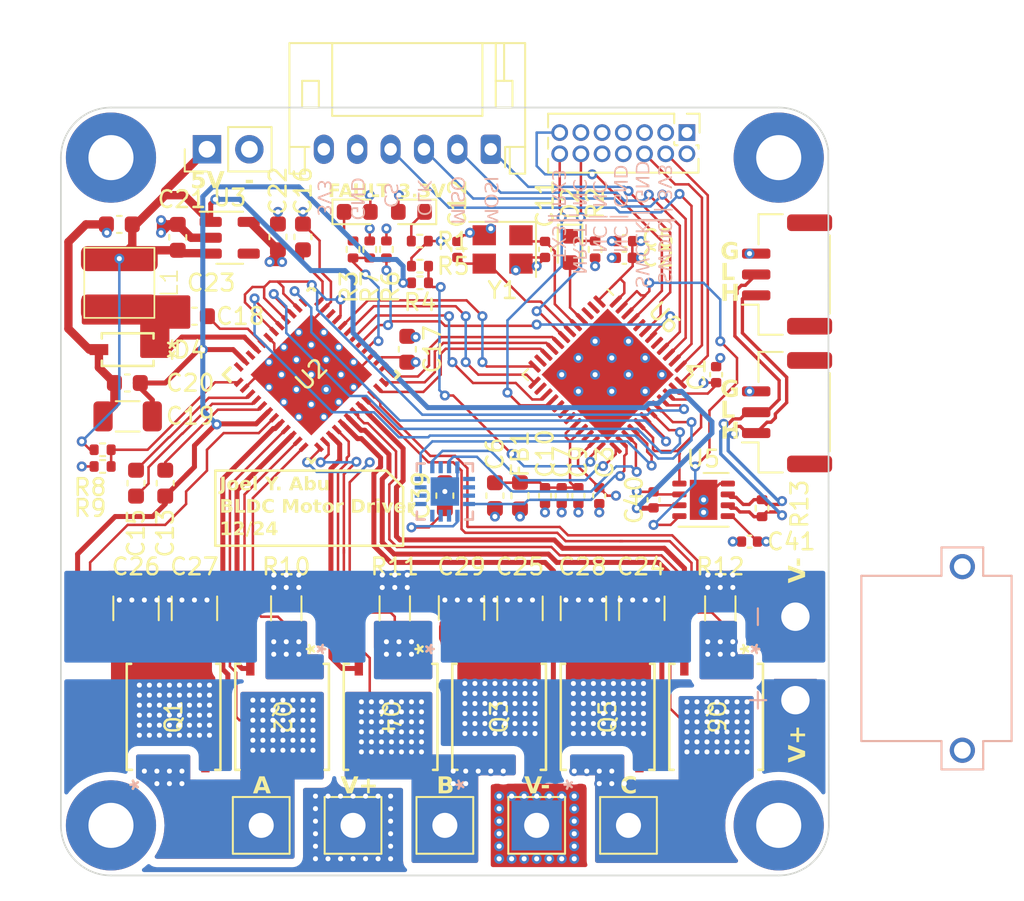
<source format=kicad_pcb>
(kicad_pcb (version 20221018) (generator pcbnew)
  (layers (0 "F.Cu" signal) (1 "In1.Cu" signal) (2 "In2.Cu" signal) (31 "B.Cu" signal) (34 "B.Paste" user) (35 "F.Paste" user) (36 "B.SilkS" user "B.Silkscreen") (37 "F.SilkS" user "F.Silkscreen") (38 "B.Mask" user) (39 "F.Mask" user) (44 "Edge.Cuts" user))
  (net 0 "")
  (net 1 "+3.3V")
  (net 2 "AGND")
  (net 3 "VDDA")
  (net 4 "NRST")
  (net 5 "HSE_IN")
  (net 6 "HSE_OUT")
  (net 7 "+BATT")
  (net 8 "Net-(U2-VCP)")
  (net 9 "PWR_GND")
  (net 10 "Net-(U2-CPL)")
  (net 11 "Net-(U2-CPH)")
  (net 12 "Net-(U2-DVDD)")
  (net 13 "Net-(U2-CB)")
  (net 14 "Net-(D4-K)")
  (net 15 "+5V")
  (net 16 "Net-(D1-K)")
  (net 17 "Net-(D2-K)")
  (net 18 "Net-(D3-K)")
  (net 19 "SHA")
  (net 20 "SHB")
  (net 21 "SHC")
  (net 22 "SWDIO")
  (net 23 "SWCLK")
  (net 24 "CAN_N")
  (net 25 "CAN_P")
  (net 26 "GHA")
  (net 27 "GLA")
  (net 28 "GHB")
  (net 29 "GLB")
  (net 30 "GHC")
  (net 31 "GLC")
  (net 32 "USER_LED")
  (net 33 "DRV_FAULT")
  (net 34 "DRV_MISO")
  (net 35 "Net-(U2-FB)")
  (net 36 "SPA")
  (net 37 "SPB")
  (net 38 "SPC")
  (net 39 "CUR3")
  (net 40 "CUR2")
  (net 41 "CUR1")
  (net 42 "DRV_CS")
  (net 43 "DRV_SCK")
  (net 44 "DRV_MOSI")
  (net 45 "CAN1_RX")
  (net 46 "CAN1_TX")
  (net 47 "ENC_CS")
  (net 48 "ENC_SCK")
  (net 49 "ENC_MISO")
  (net 50 "ENC_MOSI")
  (net 51 "MOTOR_HIZ")
  (net 56 "ENC_A")
  (net 57 "ENC_Z")
  (net 58 "ENC_B")
  (net 59 "ENC_PWM")
  (net 69 "VIN_DIVIDER")
  (net 70 "PWM_A")
  (net 71 "PWM_B")
  (net 72 "PWM_C")
  (net 82 "RX1")
  (net 83 "TX1")
  (net 84 "SPI3_MOSI")
  (net 85 "SPI3_MISO")
  (net 86 "SPI3_CLK")
  (net 87 "SPI3_CS")
  (footprint "Resistor_SMD:R_0402_1005Metric" (layer "F.Cu") (at 79.5 68.5 90)
    (fp_text reference "R6")
    (fp_text value "10k 1%")
  )
  (footprint "Resistor_SMD:R_0402_1005Metric" (layer "F.Cu") (at 102 84 90)
    (fp_text reference "R13")
    (fp_text value "120r")
  )
  (footprint "Connector_JST:JST_GH_SM03B-GHS-TB_1x03-1MP_P1.25mm_Horizontal" (layer "F.Cu") (at 103.5 70 90)
    (fp_text reference "J6" hide)
    (fp_text value "Conn_01x03")
  )
  (footprint "Capacitor_SMD:C_0603_1608Metric" (layer "F.Cu") (at 86 83.25 -90)
    (fp_text reference "C6")
    (fp_text value "1uF 50V")
  )
  (footprint "DRV8323RSR:RGZ0048A" (layer "F.Cu") (at 75 76 45)
    (fp_text reference "U2")
    (fp_text value "DRV8323RSRGZT")
  )
  (footprint "Capacitor_SMD:C_0603_1608Metric" (layer "F.Cu") (at 83 83.25 90)
    (fp_text reference "C39")
    (fp_text value "1uF 50V")
  )
  (footprint "Capacitor_SMD:C_0402_1005Metric" (layer "F.Cu") (at 95.5 83.5 90)
    (fp_text reference "C40")
    (fp_text value "100nF")
  )
  (footprint "Capacitor_SMD:C_0603_1608Metric" (layer "F.Cu") (at 63.98 76.5 180)
    (fp_text reference "C20")
    (fp_text value "100nF 50V")
  )
  (footprint "BSC0702LSATMA1:PG-TDSON-8-7" (layer "F.Cu") (at 99.25 96.5 -90)
    (fp_text reference "Q6")
    (fp_text value "BSC0702LSATMA1")
  )
  (footprint "BSC0702LSATMA1:PG-TDSON-8-7" (layer "F.Cu") (at 73.25 96.5 -90)
    (fp_text reference "Q2")
    (fp_text value "BSC0702LSATMA1")
  )
  (footprint "Package_SON:VSON-8-1EP_3x3mm_P0.65mm_EP1.65x2.4mm" (layer "F.Cu") (at 98.5 83.5)
    (fp_text reference "U5")
    (fp_text value "TCAN1057ADRQ1")
  )
  (footprint "Capacitor_SMD:C_0603_1608Metric" (layer "F.Cu") (at 66.25 82.5 90)
    (fp_text reference "C13")
    (fp_text value "1uF 50V")
  )
  (footprint "Connector_PinHeader_1.27mm:PinHeader_2x07_P1.27mm_Vertical" (layer "F.Cu") (at 97.5 61.5 -90)
    (fp_text reference "J9" hide)
    (fp_text value "Conn_02x07_Odd_Even")
  )
  (footprint "TestPoint:TestPoint_THTPad_3.0x3.0mm_Drill1.5mm" (layer "F.Cu") (at 83 103)
    (fp_text reference "J2" hide)
    (fp_text value "Conn_01x01")
  )
  (footprint "LED_SMD:LED_0603_1608Metric" (layer "F.Cu") (at 90.5 68.5 -90)
    (fp_text reference "D2")
    (fp_text value "BLUE")
  )
  (footprint "Capacitor_SMD:C_1210_3225Metric" (layer "F.Cu") (at 91.3 90 90)
    (fp_text reference "C28")
    (fp_text value "10uF 50V")
  )
  (footprint "Capacitor_SMD:C_0603_1608Metric" (layer "F.Cu") (at 63.5 67 180)
    (fp_text reference "C21")
    (fp_text value "22uF 10V")
  )
  (footprint "Capacitor_SMD:C_1210_3225Metric" (layer "F.Cu") (at 87.5 90 90)
    (fp_text reference "C25")
    (fp_text value "10uF 50V")
  )
  (footprint "Connector_PinHeader_2.54mm:PinHeader_1x02_P2.54mm_Vertical" (layer "F.Cu") (at 68.75 62.5 90)
    (fp_text reference "J8" hide)
    (fp_text value "Conn_01x02_Pin")
  )
  (footprint "Capacitor_SMD:C_0402_1005Metric" (layer "F.Cu") (at 93.77 68 180)
    (fp_text reference "C5")
    (fp_text value "4.7uF")
  )
  (footprint "TestPoint:TestPoint_THTPad_3.0x3.0mm_Drill1.5mm" (layer "F.Cu") (at 94 103)
    (fp_text reference "J3" hide)
    (fp_text value "Conn_01x01")
  )
  (footprint "Capacitor_SMD:C_0402_1005Metric" (layer "F.Cu") (at 90 83.25 -90)
    (fp_text reference "C7")
    (fp_text value "100nF")
  )
  (footprint "Capacitor_SMD:C_0603_1608Metric" (layer "F.Cu") (at 80.75 74.48 90)
    (fp_text reference "C17")
    (fp_text value "100nF 50V")
  )
  (footprint "Package_TO_SOT_SMD:SOT-23-5" (layer "F.Cu") (at 70.1125 67.8)
    (fp_text reference "U3")
    (fp_text value "LP5907MFX-3.3")
  )
  (footprint "Resistor_SMD:R_1206_3216Metric" (layer "F.Cu") (at 80 90 90)
    (fp_text reference "R11")
    (fp_text value "R_Shunt 1mOhm")
  )
  (footprint "Capacitor_SMD:C_0402_1005Metric" (layer "F.Cu") (at 92.25 83.25 -90)
    (fp_text reference "C3")
    (fp_text value "100nF")
  )
  (footprint "Resistor_SMD:R_0402_1005Metric" (layer "F.Cu") (at 77.5 68.5 -90)
    (fp_text reference "R3")
    (fp_text value "56r")
  )
  (footprint "Capacitor_SMD:C_0402_1005Metric" (layer "F.Cu") (at 83.75 68.5 90)
    (fp_text reference "C12")
    (fp_text value "10pF")
  )
  (footprint "Resistor_SMD:R_0402_1005Metric" (layer "F.Cu") (at 81.5 68 180)
    (fp_text reference "R1")
    (fp_text value "15r")
  )
  (footprint "Capacitor_SMD:C_0402_1005Metric" (layer "F.Cu") (at 101.25 86 180)
    (fp_text reference "C41")
    (fp_text value "100nF")
  )
  (footprint "BSC0702LSATMA1:PG-TDSON-8-7" (layer "F.Cu") (at 66.75 96.5 90)
    (fp_text reference "Q1")
    (fp_text value "BSC0702LSATMA1")
  )
  (footprint "BSC0702LSATMA1:PG-TDSON-8-7" (layer "F.Cu") (at 86.25 96.5 90)
    (fp_text reference "Q3")
    (fp_text value "BSC0702LSATMA1")
  )
  (footprint "LED_SMD:LED_0603_1608Metric" (layer "F.Cu") (at 81 66.25 180)
    (fp_text reference "D1" hide)
    (fp_text value "BLUE" hide)
  )
  (footprint "Resistor_SMD:R_0402_1005Metric" (layer "F.Cu") (at 92 68.5 90)
    (fp_text reference "R2")
    (fp_text value "15r")
  )
  (footprint "MBR0580S1:SOD123_DIO" (layer "F.Cu") (at 64 74.5 180)
    (fp_text reference "D4")
    (fp_text value "D_Schottky")
  )
  (footprint "Capacitor_SMD:C_0603_1608Metric" (layer "F.Cu") (at 73 67.75 90)
    (fp_text reference "C22")
    (fp_text value "1uF 50V")
  )
  (footprint "Capacitor_SMD:C_0603_1608Metric" (layer "F.Cu") (at 74.5 67.75 -90)
    (fp_text reference "C16")
    (fp_text value "1uF 50V")
  )
  (footprint "Capacitor_SMD:C_1210_3225Metric" (layer "F.Cu") (at 84 89.975 90)
    (fp_text reference "C29")
    (fp_text value "10uF 50V")
  )
  (footprint "Capacitor_SMD:C_0402_1005Metric" (layer "F.Cu") (at 89 83.25 -90)
    (fp_text reference "C10")
    (fp_text value "4.7uF")
  )
  (footprint "Capacitor_SMD:C_1206_3216Metric" (layer "F.Cu") (at 64 78.5 180)
    (fp_text reference "C19")
    (fp_text value "10uF 50V")
  )
  (footprint "BSC0702LSATMA1:PG-TDSON-8-7" (layer "F.Cu") (at 79.75 96.5 -90)
    (fp_text reference "Q4")
    (fp_text value "BSC0702LSATMA1")
  )
  (footprint "Capacitor_SMD:C_0402_1005Metric" (layer "F.Cu") (at 89 68.5 -90)
    (fp_text reference "C11")
    (fp_text value "10pF")
  )
  (footprint "Capacitor_SMD:C_0402_1005Metric" (layer "F.Cu") (at 93.75 69 180)
    (fp_text reference "C2")
    (fp_text value "100nF")
  )
  (footprint "Resistor_SMD:R_0402_1005Metric" (layer "F.Cu") (at 62.5 80.5 180)
    (fp_text reference "R8")
    (fp_text value "54.9k 1%")
  )
  (footprint "LED_SMD:LED_0603_1608Metric" (layer "F.Cu") (at 77.75 66.25)
    (fp_text reference "D3" hide)
    (fp_text value "RED")
  )
  (footprint "Capacitor_SMD:C_1210_3225Metric" (layer "F.Cu") (at 94.8 90 90)
    (fp_text reference "C24")
    (fp_text value "10uF 50V")
  )
  (footprint "TestPoint:TestPoint_THTPad_3.0x3.0mm_Drill1.5mm" (layer "F.Cu") (at 77.5 103)
    (fp_text reference "J10" hide)
    (fp_text value "Conn_01x01_Pin")
  )
  (footprint "Capacitor_SMD:C_0603_1608Metric" (layer "F.Cu") (at 67 67.775 90)
    (fp_text reference "C23")
    (fp_text value "1uF 50V")
  )
  (footprint "MountingHole:MountingHole_2.7mm_M2.5_Pad" (layer "F.Cu") (at 63 63)
    (fp_text reference "H1" hide)
    (fp_text value "MountingHole")
  )
  (footprint "Capacitor_SMD:C_1210_3225Metric" (layer "F.Cu") (at 68 90 90)
    (fp_text reference "C27")
    (fp_text value "10uF 50V")
  )
  (footprint "MountingHole:MountingHole_2.7mm_M2.5_Pad" (layer "F.Cu") (at 103 63)
    (fp_text reference "H2" hide)
    (fp_text value "MountingHole")
  )
  (footprint "TestPoint:TestPoint_THTPad_3.0x3.0mm_Drill1.5mm" (layer "F.Cu") (at 88.5 103)
    (fp_text reference "J11" hide)
    (fp_text value "Conn_01x01_Pin")
  )
  (footprint "BSC0702LSATMA1:PG-TDSON-8-7" (layer "F.Cu") (at 92.75 96.5 90)
    (fp_text reference "Q5")
    (fp_text value "BSC0702LSATMA1")
  )
  (footprint "Resistor_SMD:R_0402_1005Metric" (layer "F.Cu") (at 78.5 68.5 90)
    (fp_text reference "R7")
    (fp_text value "10k 1%")
  )
  (footprint "Capacitor_SMD:C_0603_1608Metric" (layer "F.Cu") (at 68 72.5 180)
    (fp_text reference "C18")
    (fp_text value "100nF 50V")
  )
  (footprint "Connector_JST:JST_GH_SM03B-GHS-TB_1x03-1MP_P1.25mm_Horizontal" (layer "F.Cu") (at 103.5 78.25 90)
    (fp_text reference "J7" hide)
    (fp_text value "Conn_01x03")
  )
  (footprint "Capacitor_SMD:C_0402_1005Metric" (layer "F.Cu") (at 91 83.25 -90)
    (fp_text reference "C9")
    (fp_text value "100nF")
  )
  (footprint "Crystal:Crystal_SMD_3225-4Pin_3.2x2.5mm" (layer "F.Cu") (at 86.46 68.5 180)
    (fp_text reference "Y1")
    (fp_text value "Crystal_16MHz_10pF")
  )
  (footprint "Resistor_SMD:R_0402_1005Metric" (layer "F.Cu") (at 62.5 81.5)
    (fp_text reference "R9")
    (fp_text value "10k 1%")
  )
  (footprint "Resistor_SMD:R_0402_1005Metric" (layer "F.Cu") (at 81.51 69.5)
    (fp_text reference "R5")
    (fp_text value "10k 1%")
  )
  (footprint "Capacitor_SMD:C_1210_3225Metric" (layer "F.Cu") (at 64.5 90 90)
    (fp_text reference "C26")
    (fp_text value "10uF 50V")
  )
  (footprint "TestPoint:TestPoint_THTPad_3.0x3.0mm_Drill1.5mm" (layer "F.Cu") (at 72 103)
    (fp_text reference "J1" hide)
    (fp_text value "Conn_01x01")
  )
  (footprint "PIS3D18P:PIS3D18P" (layer "F.Cu") (at 59.7 70.5 -90)
    (fp_text reference "L1")
    (fp_text value "22uH")
  )
  (footprint "Capacitor_SMD:C_0402_1005Metric" (layer "F.Cu") (at 99.25 76 90)
    (fp_text reference "C1")
    (fp_text value "100nF")
  )
  (footprint "MountingHole:MountingHole_2.7mm_M2.5_Pad" (layer "F.Cu") (at 63 103)
    (fp_text reference "H3" hide)
    (fp_text value "MountingHole")
  )
  (footprint "Capacitor_SMD:C_0603_1608Metric" (layer "F.Cu") (at 64.5 82.5 -90)
    (fp_text reference "C15")
    (fp_text value "47nF 50V")
  )
  (footprint "MountingHole:MountingHole_2.7mm_M2.5_Pad" (layer "F.Cu") (at 103 103)
    (fp_text reference "H4" hide)
    (fp_text value "MountingHole")
  )
  (footprint "Inductor_SMD:L_0603_1608Metric" (layer "F.Cu") (at 87.5 83.25 -90)
    (fp_text reference "FB1")
    (fp_text value "~")
  )
  (footprint "Resistor_SMD:R_1206_3216Metric" (layer "F.Cu") (at 73.5 90 90)
    (fp_text reference "R10")
    (fp_text value "R_Shunt 1mOhm")
  )
  (footprint "Resistor_SMD:R_1206_3216Metric" (layer "F.Cu") (at 99.5 90 90)
    (fp_text reference "R12")
    (fp_text value "R_Shunt 1mOhm")
  )
  (footprint "Package_DFN_QFN:QFN-48-1EP_7x7mm_P0.5mm_EP5.6x5.6mm" (layer "F.Cu") (at 92.75 76 -45)
    (fp_text reference "U6")
    (fp_text value "STM32G431CBUx")
  )
  (footprint "Connector_JST:JST_PH_S6B-PH-K_1x06_P2.00mm_Horizontal" (layer "F.Cu") (at 85.75 62.5 180)
    (fp_text reference "J5" hide)
    (fp_text value "Conn_01x06_Pin")
  )
  (footprint "Resistor_SMD:R_0402_1005Metric" (layer "F.Cu") (at 81.51 70.5 180)
    (fp_text reference "R4")
    (fp_text value "110k 1%")
  )
  (footprint "XT30PW-M:AMASS_XT30PW-M" (layer "B.Cu") (at 114 93 90)
    (fp_text reference "J4" hide)
    (fp_text value "Conn_01x02")
  )
  (footprint "MA702GQ_P:QFN-3x3_MA702_MNP" (layer "B.Cu") (at 83 83)
    (fp_text reference "U4" hide)
    (fp_text value "MA702GQ-P")
  )
  (gr_line (start 96.75 66.75) (end 89.25 66.75) (stroke (width 0.15)) (layer "B.SilkS"))
  (gr_line (start 69.25 86.25) (end 80.5 86.25) (stroke (width 0.15)) (layer "F.SilkS"))
  (gr_line (start 69.25 86.25) (end 69.25 81.75) (stroke (width 0.15)) (layer "F.SilkS"))
  (gr_line (start 79.5 81.75) (end 80.5 82.75) (stroke (width 0.15)) (layer "F.SilkS"))
  (gr_line (start 80.5 82.75) (end 80.5 86.25) (stroke (width 0.15)) (layer "F.SilkS"))
  (gr_line (start 69.25 81.75) (end 79.5 81.75) (stroke (width 0.15)) (layer "F.SilkS"))
  (gr_arc (start 60.87868 105.12132) (mid 60.228362 104.14805) (end 60 103) (stroke (width 0.1)) (layer "Edge.Cuts"))
  (gr_arc (start 60 63) (mid 60.87868 60.87868) (end 63 60) (stroke (width 0.1)) (layer "Edge.Cuts"))
  (gr_arc (start 103 60) (mid 104.965605 60.733638) (end 105.969848 62.575736) (stroke (width 0.1)) (layer "Edge.Cuts"))
  (gr_line (start 103 106) (end 63 105.999999) (stroke (width 0.1)) (layer "Edge.Cuts"))
  (gr_arc (start 63 105.999999) (mid 61.85195 105.771638) (end 60.87868 105.12132) (stroke (width 0.1)) (layer "Edge.Cuts"))
  (gr_arc (start 106 103) (mid 105.12132 105.12132) (end 103 106) (stroke (width 0.1)) (layer "Edge.Cuts"))
  (gr_line (start 103 60) (end 63 60) (stroke (width 0.1)) (layer "Edge.Cuts"))
  (gr_line (start 105.969848 62.575736) (end 106 103) (stroke (width 0.1)) (layer "Edge.Cuts"))
  (gr_line (start 60 63) (end 60 103) (stroke (width 0.1)) (layer "Edge.Cuts"))
  (gr_text "NRST | NC" (at 90.55 70 -90) (layer "B.SilkS") (effects (font (size 0.8 0.8) (thickness 0.1)) (justify left bottom mirror)))
  (gr_text "MOSI" (at 85.25 67 -90) (layer "B.SilkS") (effects (font (size 0.8 0.8) (thickness 0.1)) (justify left bottom mirror)))
  (gr_text "SWCLK | GND" (at 94.3 70.8 -90) (layer "B.SilkS") (effects (font (size 0.8 0.8) (thickness 0.1)) (justify left bottom mirror)))
  (gr_text "NC | GND" (at 93 68.7 -90) (layer "B.SilkS") (effects (font (size 0.8 0.8) (thickness 0.1)) (justify left bottom mirror)))
  (gr_text "NC | NC" (at 91.75 68.7 -90) (layer "B.SilkS") (effects (font (size 0.8 0.8) (thickness 0.1)) (justify left bottom mirror)))
  (gr_text "CS" (at 79.25 66 -90) (layer "B.SilkS") (effects (font (size 0.8 0.8) (thickness 0.1)) (justify left bottom mirror)))
  (gr_text "3V3" (at 75.25 66.5 -90) (layer "B.SilkS") (effects (font (size 0.8 0.8) (thickness 0.1)) (justify left bottom mirror)))
  (gr_text "GND" (at 77.25 66.75 -90) (layer "B.SilkS") (effects (font (size 0.8 0.8) (thickness 0.1)) (justify left bottom mirror)))
  (gr_text "TX3 | RX3" (at 89.3 69.2 -90) (layer "B.SilkS") (effects (font (size 0.8 0.8) (thickness 0.1)) (justify left bottom mirror)))
  (gr_text "CLK" (at 81.25 66.5 -90) (layer "B.SilkS") (effects (font (size 0.8 0.8) (thickness 0.1)) (justify left bottom mirror)))
  (gr_text "MISO" (at 83.25 67 -90) (layer "B.SilkS") (effects (font (size 0.8 0.8) (thickness 0.1)) (justify left bottom mirror)))
  (gr_text "SWDIO | 3V3\n" (at 95.65 70.55 -90) (layer "B.SilkS") (effects (font (size 0.8 0.8) (thickness 0.1)) (justify left bottom mirror)))
  (gr_text "H" (at 99.5 80) (layer "F.SilkS") (effects (font (size 1 1) (thickness 0.15) bold) (justify left bottom)))
  (gr_text "FAULT" (at 76 65.5) (layer "F.SilkS") (effects (font (size 0.8 0.8) (thickness 0.125) bold) (justify left bottom)))
  (gr_text "G" (at 99.5 77.5) (layer "F.SilkS") (effects (font (size 1 1) (thickness 0.15) bold) (justify left bottom)))
  (gr_text "-" (at 71 65) (layer "F.SilkS") (effects (font (size 1 1) (thickness 0.15) bold) (justify left bottom)))
  (gr_text "V+" (at 76.75 101.25) (layer "F.SilkS") (effects (font (size 1 1) (thickness 0.15) bold) (justify left bottom)))
  (gr_text "3.3V" (at 80.2 65.515) (layer "F.SilkS") (effects (font (size 0.8 0.8) (thickness 0.125) bold) (justify left bottom)))
  (gr_text "A" (at 71.5 101.25) (layer "F.SilkS") (effects (font (size 1 1) (thickness 0.15) bold) (justify left bottom)))
  (gr_text "H" (at 99.5 71.75) (layer "F.SilkS") (effects (font (size 1 1) (thickness 0.15) bold) (justify left bottom)))
  (gr_text "V-" (at 87.75 101.25) (layer "F.SilkS") (effects (font (size 1 1) (thickness 0.15) bold) (justify left bottom)))
  (gr_text "G" (at 99.5 69.25) (layer "F.SilkS") (effects (font (size 1 1) (thickness 0.15) bold) (justify left bottom)))
  (gr_text "V+" (at 104.75 99.25 90) (layer "F.SilkS") (effects (font (size 1 1) (thickness 0.15) bold) (justify left bottom)))
  (gr_text "L" (at 99.5 70.5) (layer "F.SilkS") (effects (font (size 1 1) (thickness 0.15) bold) (justify left bottom)))
  (gr_text "V-" (at 104.75 88.5 90) (layer "F.SilkS") (effects (font (size 1 1) (thickness 0.15) bold) (justify left bottom)))
  (gr_text "Joel Y. Abu\nBLDC Motor Driver\n12/24" (at 69.5 85.75) (layer "F.SilkS") (effects (font (size 0.8 0.8) (thickness 0.2) bold) (justify left bottom)))
  (gr_text "5V" (at 67.75 65) (layer "F.SilkS") (effects (font (size 1 1) (thickness 0.15) bold) (justify left bottom)))
  (gr_text "L" (at 99.5 78.75) (layer "F.SilkS") (effects (font (size 1 1) (thickness 0.15) bold) (justify left bottom)))
  (gr_text "C" (at 93.5 101.25) (layer "F.SilkS") (effects (font (size 1 1) (thickness 0.15) bold) (justify left bottom)))
  (gr_text "B" (at 82.5 101.25) (layer "F.SilkS") (effects (font (size 1 1) (thickness 0.15) bold) (justify left bottom)))
  (segment (start 81 85.146947) (end 82.053053 85.146947) (width 0.15) (layer "F.Cu") (net 1))
  (segment (start 80.2125 66.25) (end 80.2125 65.2875) (width 0.15) (layer "F.Cu") (net 1))
  (segment (start 79.221982 74.96) (end 80.5 74.96) (width 0.15) (layer "F.Cu") (net 1))
  (segment (start 96.77167 76.839689) (end 97.064976 77.132995) (width 0.15) (layer "F.Cu") (net 1))
  (segment (start 93.25 70.5) (end 93.5 70.25) (width 0.15) (layer "F.Cu") (net 1))
  (segment (start 90.98 80.951981) (end 91.910311 80.02167) (width 0.15) (layer "F.Cu") (net 1))
  (segment (start 93.75 71.110913) (end 93.75 70.5) (width 0.15) (layer "F.Cu") (net 1))
  (segment (start 73 68.525) (end 73 68.75) (width 0.5) (layer "F.Cu") (net 1))
  (segment (start 92.263864 71.486136) (end 93 70.75) (width 0.15) (layer "F.Cu") (net 1))
  (segment (start 99.25 76.48) (end 99.25 76.5) (width 0.15) (layer "F.Cu") (net 1))
  (segment (start 93.5 70.25) (end 94.25 69.5) (width 0.15) (layer "F.Cu") (net 1))
  (segment (start 73 69) (end 73.25 69.25) (width 0.5) (layer "F.Cu") (net 1))
  (segment (start 94.23 69) (end 94.75 69) (width 0.15) (layer "F.Cu") (net 1))
  (segment (start 71.325 66.85) (end 73 68.525) (width 0.5) (layer "F.Cu") (net 1))
  (segment (start 72.5 69.25) (end 73.25 69.25) (width 0.5) (layer "F.Cu") (net 1))
  (segment (start 94.23 69) (end 94.23 68.02) (width 0.15) (layer "F.Cu") (net 1))
  (segment (start 92.25 82.77) (end 90.98 81.5) (width 0.15) (layer "F.Cu") (net 1))
  (segment (start 99.25 76.48) (end 98.52 76.48) (width 0.15) (layer "F.Cu") (net 1))
  (segment (start 82.053053 85.146947) (end 83 84.2) (width 0.15) (layer "F.Cu") (net 1))
  (segment (start 71.25 66.85) (end 71.325 66.85) (width 0.5) (layer "F.Cu") (net 1))
  (segment (start 93 70.75) (end 93.236136 70.513864) (width 0.15) (layer "F.Cu") (net 1))
  (segment (start 93.25 83.25) (end 92.73 83.25) (width 0.15) (layer "F.Cu") (net 1))
  (segment (start 94.25 68) (end 94.75 68) (width 0.15) (layer "F.Cu") (net 1))
  (segment (start 80.2125 65.2875) (end 80.25 65.25) (width 0.15) (layer "F.Cu") (net 1))
  (segment (start 93.25 70.5) (end 93 70.75) (width 0.15) (layer "F.Cu") (net 1))
  (segment (start 78.995155 75.186827) (end 79.221982 74.96) (width 0.15) (layer "F.Cu") (net 1))
  (segment (start 92.73 83.25) (end 92.25 82.77) (width 0.15) (layer "F.Cu") (net 1))
  (segment (start 102.25 86) (end 101.73 86) (width 0.15) (layer "F.Cu") (net 1))
  (segment (start 93.75 70.5) (end 93.5 70.25) (width 0.15) (layer "F.Cu") (net 1))
  (segment (start 90.98 81.5) (end 90.98 80.951981) (width 0.15) (layer "F.Cu") (net 1))
  (segment (start 97.064976 77.132995) (end 98.75 77.132995) (width 0.15) (layer "F.Cu") (net 1))
  (segment (start 94.25 69.5) (end 94.25 69.02) (width 0.15) (layer "F.Cu") (net 1))
  (segment (start 98.52 76.48) (end 98.5 76.5) (width 0.15) (layer "F.Cu") (net 1))
  (segment (start 78.5375 65.2875) (end 78.5 65.25) (width 0.15) (layer "F.Cu") (net 1))
  (segment (start 73 68.525) (end 73 69) (width 0.5) (layer "F.Cu") (net 1))
  (segment (start 94.25 69.02) (end 94.23 69) (width 0.15) (layer "F.Cu") (net 1))
  (segment (start 93.236136 71.624777) (end 93.75 71.110913) (width 0.15) (layer "F.Cu") (net 1))
  (segment (start 79.5 67.99) (end 79.5 67.25) (width 0.15) (layer "F.Cu") (net 1))
  (segment (start 94.23 68.02) (end 94.25 68) (width 0.15) (layer "F.Cu") (net 1))
  (segment (start 92.263864 71.624777) (end 92.263864 71.486136) (width 0.15) (layer "F.Cu") (net 1))
  (segment (start 78.5 67.99) (end 78.5 67.25) (width 0.15) (layer "F.Cu") (net 1))
  (segment (start 99.25 76.5) (end 99.25 76.632995) (width 0.15) (layer "F.Cu") (net 1))
  (segment (start 100.205 84.475) (end 99.95 84.475) (width 0.15) (layer "F.Cu") (net 1))
  (segment (start 78.5375 66.25) (end 78.5375 65.2875) (width 0.15) (layer "F.Cu") (net 1))
  (segment (start 101.73 86) (end 100.205 84.475) (width 0.15) (layer "F.Cu") (net 1))
  (segment (start 99.25 76.632995) (end 98.75 77.132995) (width 0.15) (layer "F.Cu") (net 1))
  (segment (start 73 68.75) (end 72.5 69.25) (width 0.5) (layer "F.Cu") (net 1))
  (via (at 98.5 76.5) (size 0.6) (drill 0.3) (layers "F.Cu" "B.Cu") (net 1))
  (via (at 81.25 75.25) (size 0.6) (drill 0.3) (layers "F.Cu" "B.Cu") (net 1))
  (via (at 94.75 68) (size 0.6) (drill 0.3) (layers "F.Cu" "B.Cu") (net 1))
  (via (at 80.25 65.25) (size 0.6) (drill 0.3) (layers "F.Cu" "B.Cu") (net 1))
  (via (at 79.5 67.25) (size 0.6) (drill 0.3) (layers "F.Cu" "B.Cu") (net 1))
  (via (at 81 85.146947) (size 0.6) (drill 0.3) (layers "F.Cu" "B.Cu") (net 1))
  (via (at 87.5 84.5) (size 0.6) (drill 0.3) (layers "F.Cu" "B.Cu") (net 1))
  (via (at 73.25 69.25) (size 0.6) (drill 0.3) (layers "F.Cu" "B.Cu") (net 1))
  (via (at 102.25 86) (size 0.6) (drill 0.3) (layers "F.Cu" "B.Cu") (net 1))
  (via (at 78.5 65.25) (size 0.6) (drill 0.3) (layers "F.Cu" "B.Cu") (net 1))
  (via (at 78.5 67.25) (size 0.6) (drill 0.3) (layers "F.Cu" "B.Cu") (net 1))
  (via (at 72.5 69.25) (size 0.6) (drill 0.3) (layers "F.Cu" "B.Cu") (net 1))
  (via (at 93.25 83.25) (size 0.6) (drill 0.3) (layers "F.Cu" "B.Cu") (net 1))
  (via (at 94.75 69) (size 0.6) (drill 0.3) (layers "F.Cu" "B.Cu") (net 1))
  (segment (start 94.75 68) (end 94.5 68) (width 0.15) (layer "B.Cu") (net 1))
  (segment (start 83.750001 84.821509) (end 83.750001 84.45) (width 0.15) (layer "B.Cu") (net 1))
  (segment (start 81 85.146947) (end 81.066347 85.0806) (width 0.15) (layer "B.Cu") (net 1))
  (segment (start 81.066347 85.0806) (end 83.49091 85.0806) (width 0.15) (layer "B.Cu") (net 1))
  (segment (start 83.49091 85.0806) (end 83.750001 84.821509) (width 0.15) (layer "B.Cu") (net 1))
  (segment (start 95.655 83.175) (end 95.5 83.02) (width 0.15) (layer "F.Cu") (net 2))
  (segment (start 101.65 68.75) (end 101.25 68.75) (width 0.15) (layer "F.Cu") (net 2))
  (segment (start 99.95 82.525) (end 99.475 82.525) (width 0.15) (layer "F.Cu") (net 2))
  (segment (start 84.12 67.65) (end 83.75 68.02) (width 0.15) (layer "F.Cu") (net 2))
  (segment (start 78.6416 74.882771) (end 77.75244 75.771931) (width 0.15) (layer "F.Cu") (net 2))
  (segment (start 75.813173 72.004845) (end 74.782537 73.035481) (width 0.15) (layer "F.Cu") (net 2))
  (segment (start 92 69.5) (end 92 69.01) (width 0.15) (layer "F.Cu") (net 2))
  (segment (start 95.5 83.02) (end 94.52 83.02) (width 0.15) (layer "F.Cu") (net 2))
  (segment (start 60.45 73.25) (end 61.7 74.5) (width 0.5) (layer "F.Cu") (net 2))
  (segment (start 87.25 69.14) (end 87.16 69.05) (width 0.15) (layer "F.Cu") (net 2))
  (segment (start 72.782447 74.524909) (end 74.257538 76) (width 0.15) (layer "F.Cu") (net 2))
  (segment (start 62.725 67.475) (end 62.75 67.5) (width 0.5) (layer "F.Cu") (net 2))
  (segment (start 75.813173 72.004845) (end 75.578069 72.239949) (width 0.15) (layer "F.Cu") (net 2))
  (segment (start 74.475001 74.000628) (end 74.475001 74.435554) (width 0.15) (layer "F.Cu") (net 2))
  (segment (start 87.56 69.35) (end 87.56 69.44) (width 0.15) (layer "F.Cu") (net 2))
  (segment (start 93.25 69) (end 93.23 69) (width 0.15) (layer "F.Cu") (net 2))
  (segment (start 81 69.5) (end 81 69.01) (width 0.15) (layer "F.Cu") (net 2))
  (segment (start 67.8 67.8) (end 68.975 67.8) (width 0.5) (layer "F.Cu") (net 2))
  (segment (start 62.725 67) (end 62.725 67.475) (width 0.5) (layer "F.Cu") (net 2))
  (segment (start 60.45 68.05) (end 60.45 73.25) (width 0.5) (layer "F.Cu") (net 2))
  (segment (start 72.41906 73.772613) (end 72.782447 74.136) (width 0.15) (layer "F.Cu") (net 2))
  (segment (start 74.5 66.975) (end 75.497487 67.972487) (width 0.15) (layer "F.Cu") (net 2))
  (segment (start 89 68.98) (end 87.93 68.98) (width 0.15) (layer "F.Cu") (net 2))
  (segment (start 63.205 77.82) (end 62.525 78.5) (width 0.5) (layer "F.Cu") (net 2))
  (segment (start 76.415954 75.326508) (end 76.108418 75.634044) (width 0.15) (layer "F.Cu") (net 2))
  (segment (start 93.25 68.98) (end 93.25 68.98) (width 0.15) (layer "F.Cu") (net 2))
  (segment (start 76.85088 75.326508) (end 76.415954 75.326508) (width 0.15) (layer "F.Cu") (net 2))
  (segment (start 72.782447 74.136) (end 72.782447 74.524909) (width 0.15) (layer "F.Cu") (net 2))
  (segment (start 73 66.975) (end 73 66.25) (width 0.15) (layer "F.Cu") (net 2))
  (segment (start 74.5 66.975) (end 74.5 66.25) (width 0.15) (layer "F.Cu") (net 2))
  (segment (start 61.7 74.5) (end 62.2782 74.5) (width 0.5) (layer "F.Cu") (net 2))
  (segment (start 74.65 74.610553) (end 74.65 75.607538) (width 0.15) (layer "F.Cu") (net 2))
  (segment (start 101.25 77) (end 101.65 77) (width 0.15) (layer "F.Cu") (net 2))
  (segment (start 87.56 69.44) (end 87.25 69.75) (width 0.15) (layer "F.Cu") (net 2))
  (segment (start 66 67.5) (end 66 66.75) (width 0.5) (layer "F.Cu") (net 2))
  (segment (start 85.76 67.95) (end 85.76 67.75) (width 0.15) (layer "F.Cu") (net 2))
  (segment (start 77.296303 75.771931) (end 76.85088 75.326508) (width 0.15) (layer "F.Cu") (net 2))
  (segment (start 76.175 71.643018) (end 75.813173 72.004845) (width 0.15) (layer "F.Cu") (net 2))
  (segment (start 81 69.01) (end 82.01 68) (width 0.15) (layer "F.Cu") (net 2))
  (segment (start 75.376506 75.634044) (end 75.371231 75.628769) (width 0.15) (layer "F.Cu") (net 2))
  (segment (start 87.93 68.98) (end 87.56 69.35) (width 0.15) (layer "F.Cu") (net 2))
  (segment (start 93.23 69) (end 93.23 69) (width 0.15) (layer "F.Cu") (net 2))
  (segment (start 67 67) (end 67.8 67.8) (width 0.5) (layer "F.Cu") (net 2))
  (segment (start 93.236136 69.006136) (end 93.23 69) (width 0.15) (layer "F.Cu") (net 2))
  (segment (start 62.2782 75.5732) (end 63.205 76.5) (width 0.5) (layer "F.Cu") (net 2))
  (segment (start 93.29 68) (end 93 68) (width 0.15) (layer "F.Cu") (net 2))
  (segment (start 74.475001 74.435554) (end 74.65 74.610553) (width 0.15) (layer "F.Cu") (net 2))
  (segment (start 99.475 82.525) (end 98.5 83.5) (width 0.15) (layer "F.Cu") (net 2))
  (segment (start 85.36 67.65) (end 84.12 67.65) (width 0.15) (layer "F.Cu") (net 2))
  (segment (start 93.25 68.98) (end 93.25 69) (width 0.15) (layer "F.Cu") (net 2))
  (segment (start 85.36 67.65) (end 84.65 67.65) (width 0.15) (layer "F.Cu") (net 2))
  (segment (start 62.2782 74.5) (end 62.2782 75.5732) (width 0.5) (layer "F.Cu") (net 2))
  (segment (start 85.76 67.95) (end 85.76 67.26) (width 0.15) (layer "F.Cu") (net 2))
  (segment (start 85.36 67.65) (end 85.36 67.64) (width 0.15) (layer "F.Cu") (net 2))
  (segment (start 84.65 67.65) (end 84.5 67.5) (width 0.15) (layer "F.Cu") (net 2))
  (segment (start 89 68.98) (end 89 69) (width 0.15) (layer "F.Cu") (net 2))
  (segment (start 74.65 75.607538) (end 74.628769 75.628769) (width 0.15) (layer "F.Cu") (net 2))
  (segment (start 66.25 67) (end 66 66.75) (width 0.5) (layer "F.Cu") (net 2))
  (segment (start 76.175 70.430026) (end 76.175 71.643018) (width 0.15) (layer "F.Cu") (net 2))
  (segment (start 94.52 83.02) (end 94.5 83) (width 0.15) (layer "F.Cu") (net 2))
  (segment (start 74.257538 76) (end 74.475001 76) (width 0.15) (layer "F.Cu") (net 2))
  (segment (start 100.77 86) (end 100.25 86) (width 0.15) (layer "F.Cu") (net 2))
  (segment (start 99.5 75.27) (end 99.25 75.52) (width 0.15) (layer "F.Cu") (net 2))
  (segment (start 99.5 75) (end 99.5 75.27) (width 0.15) (layer "F.Cu") (net 2))
  (segment (start 63.205 76.5) (end 63.205 77.82) (width 0.5) (layer "F.Cu") (net 2))
  (segment (start 75.497487 67.972487) (end 75.497487 69.752513) (width 0.15) (layer "F.Cu") (net 2))
  (segment (start 85.36 67.64) (end 85.75 67.25) (width 0.15) (layer "F.Cu") (net 2))
  (segment (start 61.5 67) (end 60.45 68.05) (width 0.5) (layer "F.Cu") (net 2))
  (segment (start 92.25 84.25) (end 92.25 83.73) (width 0.15) (layer "F.Cu") (net 2))
  (segment (start 66.5 67) (end 66 67.5) (width 0.5) (layer "F.Cu") (net 2))
  (segment (start 89 69) (end 88.5 69.5) (width 0.15) (layer "F.Cu") (net 2))
  (segment (start 93.27 69) (end 93 69) (width 0.15) (layer "F.Cu") (net 2))
  (segment (start 85.76 67.26) (end 85.75 67.25) (width 0.15) (layer "F.Cu") (net 2))
  (segment (start 74.782537 73.693092) (end 74.475001 74.000628) (width 0.15) (layer "F.Cu") (net 2))
  (segment (start 67 67) (end 66.25 67) (width 0.5) (layer "F.Cu") (net 2))
  (segment (start 82.75 68) (end 82.01 68) (width 0.15) (layer "F.Cu") (net 2))
  (segment (start 67 67) (end 66.5 67) (width 0.5) (layer "F.Cu") (net 2))
  (segment (start 62.725 67) (end 61.5 67) (width 0.5) (layer "F.Cu") (net 2))
  (segment (start 75.497487 69.752513) (end 76.175 70.430026) (width 0.15) (layer "F.Cu") (net 2))
  (segment (start 77.75244 75.771931) (end 77.296303 75.771931) (width 0.15) (layer "F.Cu") (net 2))
  (segment (start 97.05 83.175) (end 95.655 83.175) (width 0.15) (layer "F.Cu") (net 2))
  (segment (start 87.25 69.75) (end 87.25 69.14) (width 0.15) (layer "F.Cu") (net 2))
  (segment (start 74.782537 73.035481) (end 74.782537 73.693092) (width 0.15) (layer "F.Cu") (net 2))
  (segment (start 78.6416 74.833272) (end 78.6416 74.882771) (width 0.15) (layer "F.Cu") (net 2))
  (segment (start 61.99 81.5) (end 61.25 81.5) (width 0.15) (layer "F.Cu") (net 2))
  (segment (start 76.108418 75.634044) (end 75.376506 75.634044) (width 0.15) (layer "F.Cu") (net 2))
  (via (at 91 84.25) (size 0.6) (drill 0.3) (layers "F.Cu" "B.Cu") (net 2))
  (via (at 89 84.25) (size 0.6) (drill 0.3) (layers "F.Cu" "B.Cu") (net 2))
  (via (at 87.25 69.75) (size 0.6) (drill 0.3) (layers "F.Cu" "B.Cu") (net 2))
  (via (at 94 74) (size 0.6) (drill 0.3) (layers "F.Cu" "B.Cu") (net 2))
  (via (at 95 75) (size 0.6) (drill 0.3) (layers "F.Cu" "B.Cu") (net 2))
  (via (at 101.25 68.75) (size 0.6) (drill 0.3) (layers "F.Cu" "B.Cu") (net 2))
  (via (at 93 69) (size 0.6) (drill 0.3) (layers "F.Cu" "B.Cu") (net 2))
  (via (at 94.5 83) (size 0.6) (drill 0.3) (layers "F.Cu" "B.Cu") (net 2))
  (via (at 82.75 68) (size 0.6) (drill 0.3) (layers "F.Cu" "B.Cu") (net 2))
  (via (at 92 74) (size 0.6) (drill 0.3) (layers "F.Cu" "B.Cu") (net 2))
  (via (at 84.5 67.5) (size 0.6) (drill 0.3) (layers "F.Cu" "B.Cu") (net 2))
  (via (at 90 76) (size 0.6) (drill 0.3) (layers "F.Cu" "B.Cu") (net 2))
  (via (at 94 76) (size 0.6) (drill 0.3) (layers "F.Cu" "B.Cu") (net 2))
  (via (at 93 77) (size 0.6) (drill 0.3) (layers "F.Cu" "B.Cu") (net 2))
  (via (at 91 75) (size 0.6) (drill 0.3) (layers "F.Cu" "B.Cu") (net 2))
  (via (at 88.5 69.5) (size 0.6) (drill 0.3) (layers "F.Cu" "B.Cu") (net 2))
  (via (at 81.25 73.75) (size 0.6) (drill 0.3) (layers "F.Cu" "B.Cu") (net 2))
  (via (at 66 66.75) (size 0.6) (drill 0.3) (layers "F.Cu" "B.Cu") (net 2))
  (via (at 92.25 84.25) (size 0.6) (drill 0.3) (layers "F.Cu" "B.Cu") (net 2))
  (via (at 86 84.5) (size 0.6) (drill 0.3) (layers "F.Cu" "B.Cu") (net 2))
  (via (at 66 67.5) (size 0.6) (drill 0.3) (layers "F.Cu" "B.Cu") (net 2))
  (via (at 95 77) (size 0.6) (drill 0.3) (layers "F.Cu" "B.Cu") (net 2))
  (via (at 99.5 75) (size 0.6) (drill 0.3) (layers "F.Cu" "B.Cu") (net 2))
  (via (at 74.5 66.25) (size 0.6) (drill 0.3) (layers "F.Cu" "B.Cu") (net 2))
  (via (at 92 76) (size 0.6) (drill 0.3) (layers "F.Cu" "B.Cu") (net 2))
  (via (at 85.75 67.25) (size 0.6) (drill 0.3) (layers "F.Cu" "B.Cu") (net 2))
  (via (at 62.75 67.5) (size 0.6) (drill 0.3) (layers "F.Cu" "B.Cu") (net 2))
  (via (at 83 83) (size 0.6) (drill 0.3) (layers "F.Cu" "B.Cu") (net 2))
  (via (at 73 66.25) (size 0.6) (drill 0.3) (layers "F.Cu" "B.Cu") (net 2))
  (via (at 96 76) (size 0.6) (drill 0.3) (layers "F.Cu" "B.Cu") (net 2))
  (via (at 61.25 81.5) (size 0.6) (drill 0.3) (layers "F.Cu" "B.Cu") (net 2))
  (via (at 90 84.25) (size 0.6) (drill 0.3) (layers "F.Cu" "B.Cu") (net 2))
  (via (at 101.25 77) (size 0.6) (drill 0.3) (layers "F.Cu" "B.Cu") (net 2))
  (via (at 93 68) (size 0.6) (drill 0.3) (layers "F.Cu" "B.Cu") (net 2))
  (via (at 98.5 84.25) (size 0.6) (drill 0.3) (layers "F.Cu" "B.Cu") (net 2))
  (via (at 92 69.5) (size 0.6) (drill 0.3) (layers "F.Cu" "B.Cu") (net 2))
  (via (at 91 77) (size 0.6) (drill 0.3) (layers "F.Cu" "B.Cu") (net 2))
  (via (at 98.5 83.5) (size 0.6) (drill 0.3) (layers "F.Cu" "B.Cu") (net 2))
  (via (at 100.25 86) (size 0.6) (drill 0.3) (layers "F.Cu" "B.Cu") (net 2))
  (via (at 93 75) (size 0.6) (drill 0.3) (layers "F.Cu" "B.Cu") (net 2))
  (segment (start 83.750001 81.55) (end 83.750001 82.249999) (width 0.15) (layer "B.Cu") (net 2))
  (segment (start 83.750001 82.249999) (end 83 83) (width 0.15) (layer "B.Cu") (net 2))
  (segment (start 90.849651 78.96101) (end 90.78899 78.96101) (width 0.15) (layer "F.Cu") (net 3))
  (segment (start 90.5 82.445) (end 91 82.945) (width 0.15) (layer "F.Cu") (net 3))
  (segment (start 90.75 79.75) (end 90.767767 79.75) (width 0.15) (layer "F.Cu") (net 3))
  (segment (start 86.0125 82.6375) (end 86 82.65) (width 0.15) (layer "F.Cu") (net 3))
  (segment (start 90.767767 79.75) (end 91.203204 79.314563) (width 0.15) (layer "F.Cu") (net 3))
  (segment (start 90.25 79.75) (end 90.5 80) (width 0.15) (layer "F.Cu") (net 3))
  (segment (start 90.5 80) (end 90.75 79.75) (width 0.15) (layer "F.Cu") (net 3))
  (segment (start 90.25 79.5) (end 90.25 79.75) (width 0.15) (layer "F.Cu") (net 3))
  (segment (start 90.5 80) (end 90.5 82.445) (width 0.15) (layer "F.Cu") (net 3))
  (segment (start 88.6925 82.4625) (end 89 82.77) (width 0.15) (layer "F.Cu") (net 3))
  (segment (start 87.4875 82.475) (end 87.5 82.4625) (width 0.15) (layer "F.Cu") (net 3))
  (segment (start 90.78899 78.96101) (end 90.25 79.5) (width 0.15) (layer "F.Cu") (net 3))
  (segment (start 91 82.77) (end 89 82.77) (width 0.15) (layer "F.Cu") (net 3))
  (segment (start 86 82.475) (end 87.4875 82.475) (width 0.15) (layer "F.Cu") (net 3))
  (segment (start 87.5 82.4625) (end 88.6925 82.4625) (width 0.15) (layer "F.Cu") (net 3))
  (segment (start 88.596944 72.200497) (end 88.5 72.200497) (width 0.15) (layer "F.Cu") (net 4))
  (segment (start 90.142544 73.746097) (end 88.596944 72.200497) (width 0.15) (layer "F.Cu") (net 4))
  (segment (start 91.25 62.87) (end 91.15 62.77) (width 0.15) (layer "F.Cu") (net 4))
  (segment (start 91.15 66.5745) (end 91.15 62.77) (width 0.15) (layer "F.Cu") (net 4))
  (via (at 91.15 66.5745) (size 0.6) (drill 0.3) (layers "F.Cu" "B.Cu") (net 4))
  (via (at 88.5 72.200497) (size 0.6) (drill 0.3) (layers "F.Cu" "B.Cu") (net 4))
  (segment (start 91.15 69.550497) (end 88.5 72.200497) (width 0.15) (layer "B.Cu") (net 4))
  (segment (start 91.15 66.5745) (end 91.15 69.550497) (width 0.15) (layer "B.Cu") (net 4))
  (segment (start 90.849651 73.03899) (end 89.65533 71.84467) (width 0.15) (layer "F.Cu") (net 5))
  (segment (start 89.585 71.77434) (end 89.65533 71.84467) (width 0.15) (layer "F.Cu") (net 5))
  (segment (start 87.23 68.02) (end 87.16 67.95) (width 0.15) (layer "F.Cu") (net 5))
  (segment (start 89.585 68.605) (end 89.585 71.77434) (width 0.15) (layer "F.Cu") (net 5))
  (segment (start 89 68.02) (end 89.585 68.605) (width 0.15) (layer "F.Cu") (net 5))
  (segment (start 89 68.02) (end 87.93 68.02) (width 0.15) (layer "F.Cu") (net 5))
  (segment (start 87.93 68.02) (end 87.56 67.65) (width 0.15) (layer "F.Cu") (net 5))
  (segment (start 85.76 69.51) (end 85.76 69.05) (width 0.15) (layer "F.Cu") (net 6))
  (segment (start 90.496097 73.383421) (end 88.738173 71.625497) (width 0.15) (layer "F.Cu") (net 6))
  (segment (start 90.496097 73.392544) (end 90.496097 73.383421) (width 0.15) (layer "F.Cu") (net 6))
  (segment (start 85.36 69.35) (end 84.12 69.35) (width 0.15) (layer "F.Cu") (net 6))
  (segment (start 88.738173 71.625497) (end 87.875497 71.625497) (width 0.15) (layer "F.Cu") (net 6))
  (segment (start 87.875497 71.625497) (end 85.76 69.51) (width 0.15) (layer "F.Cu") (net 6))
  (segment (start 84.12 69.35) (end 83.75 68.98) (width 0.15) (layer "F.Cu") (net 6))
  (segment (start 67.5 83.75) (end 66.25 85) (width 0.15) (layer "F.Cu") (net 7))
  (segment (start 68 81.525) (end 68 80.25) (width 0.3) (layer "F.Cu") (net 7))
  (segment (start 67.5125 82.0125) (end 66.25 83.275) (width 0.3) (layer "F.Cu") (net 7))
  (segment (start 61.75 87.25) (end 61.75 89.75) (width 0.15) (layer "F.Cu") (net 7))
  (segment (start 66.25 85) (end 64 85) (width 0.15) (layer "F.Cu") (net 7))
  (segment (start 61.75 89.75) (end 63.475 91.475) (width 0.15) (layer "F.Cu") (net 7))
  (segment (start 80.5 70.5) (end 81 70.5) (width 0.3) (layer "F.Cu") (net 7))
  (segment (start 71.698223 78.948223) (end 72.41906 78.227387) (width 0.3) (layer "F.Cu") (net 7))
  (segment (start 71.853553 79.5) (end 69.75 79.5) (width 0.15) (layer "F.Cu") (net 7))
  (segment (start 61 90.25) (end 62.25 91.5) (width 0.3) (layer "F.Cu") (net 7))
  (segment (start 66.25 76.5) (end 64.46 76.5) (width 0.3) (layer "F.Cu") (net 7))
  (segment (start 64 85) (end 61.75 87.25) (width 0.15) (layer "F.Cu") (net 7))
  (segment (start 67.8 81.725) (end 67.5125 82.0125) (width 0.3) (layer "F.Cu") (net 7))
  (segment (start 68.75 81.75) (end 67.5 83) (width 0.15) (layer "F.Cu") (net 7))
  (segment (start 66.25 83.275) (end 66.25 83.75) (width 0.3) (layer "F.Cu") (net 7))
  (segment (start 66.25 83.75) (end 65.5 84.5) (width 0.3) (layer "F.Cu") (net 7))
  (segment (start 71.698223 78.948223) (end 69.301777 78.948223) (width 0.3) (layer "F.Cu") (net 7))
  (segment (start 65.475 78.5) (end 65.475 77.515) (width 0.3) (layer "F.Cu") (net 7))
  (segment (start 61 86.75) (end 61 90.25) (width 0.3) (layer "F.Cu") (net 7))
  (segment (start 69.75 79.5) (end 68.75 80.5) (width 0.15) (layer "F.Cu") (net 7))
  (segment (start 63.475 91.475) (end 64.5 91.475) (width 0.15) (layer "F.Cu") (net 7))
  (segment (start 70.318018 74.5) (end 68.5 74.5) (width 0.3) (layer "F.Cu") (net 7))
  (segment (start 67.5125 82.0125) (end 68 81.525) (width 0.3) (layer "F.Cu") (net 7))
  (segment (start 68.25 74.5) (end 66.25 76.5) (width 0.3) (layer "F.Cu") (net 7))
  (segment (start 68.75 80.5) (end 68.75 81.75) (width 0.15) (layer "F.Cu") (net 7))
  (segment (start 67.5 83) (end 67.5 83.75) (width 0.15) (layer "F.Cu") (net 7))
  (segment (start 72.772613 78.58094) (end 71.853553 79.5) (width 0.15) (layer "F.Cu") (net 7))
  (segment (start 68.5 74.5) (end 68.25 74.5) (width 0.3) (layer "F.Cu") (net 7))
  (segment (start 62.25 91.5) (end 64.475 91.5) (width 0.3) (layer "F.Cu") (net 7))
  (segment (start 63.25 84.5) (end 61 86.75) (width 0.3) (layer "F.Cu") (net 7))
  (segment (start 64.475 91.5) (end 64.5 91.475) (width 0.3) (layer "F.Cu") (net 7))
  (segment (start 71.004845 75.186827) (end 70.318018 74.5) (width 0.3) (layer "F.Cu") (net 7))
  (segment (start 65.5 84.5) (end 63.25 84.5) (width 0.3) (layer "F.Cu") (net 7))
  (segment (start 69.301777 78.948223) (end 68 80.25) (width 0.3) (layer "F.Cu") (net 7))
  (segment (start 65.475 77.515) (end 64.46 76.5) (width 0.3) (layer "F.Cu") (net 7))
  (via (at 64.7 94.6) (size 0.6) (drill 0.3) (layers "F.Cu" "B.Cu") (net 7))
  (via (at 86 94.5) (size 0.6) (drill 0.3) (layers "F.Cu" "B.Cu") (net 7))
  (via (at 79.75 103.5) (size 0.6) (drill 0.3) (layers "F.Cu" "B.Cu") (net 7))
  (via (at 68.9 97.6) (size 0.6) (drill 0.3) (layers "F.Cu" "B.Cu") (net 7))
  (via (at 93.1 97.5) (size 0.6) (drill 0.3) (layers "F.Cu" "B.Cu") (net 7))
  (via (at 87.2 94.5) (size 0.6) (drill 0.3) (layers "F.Cu" "B.Cu") (net 7))
  (via (at 93.1 95.1) (size 0.6) (drill 0.3) (layers "F.Cu" "B.Cu") (net 7))
  (via (at 75.25 104.25) (size 0.6) (drill 0.3) (layers "F.Cu" "B.Cu") (net 7))
  (via (at 79 105) (size 0.6) (drill 0.3) (layers "F.Cu" "B.Cu") (net 7))
  (via (at 93.1 95.7) (size 0.6) (drill 0.3) (layers "F.Cu" "B.Cu") (net 7))
  (via (at 65.9 97) (size 0.6) (drill 0.3) (layers "F.Cu" "B.Cu") (net 7))
  (via (at 76.75 101.25) (size 0.6) (drill 0.3) (layers "F.Cu" "B.Cu") (net 7))
  (via (at 84.8 97.5) (size 0.6) (drill 0.3) (layers "F.Cu" "B.Cu") (net 7))
  (via (at 68.3 95.8) (size 0.6) (drill 0.3) (layers "F.Cu" "B.Cu") (net 7))
  (via (at 68.5 74.5) (size 0.6) (drill 0.3) (layers "F.Cu" "B.Cu") (net 7))
  (via (at 86 95.1) (size 0.6) (drill 0.3) (layers "F.Cu" "B.Cu") (net 7))
  (via (at 76 105) (size 0.6) (drill 0.3) (layers "F.Cu" "B.Cu") (net 7))
  (via (at 79.75 105) (size 0.6) (drill 0.3) (layers "F.Cu" "B.Cu") (net 7))
  (via (at 68.3 97.6) (size 0.6) (drill 0.3) (layers "F.Cu" "B.Cu") (net 7))
  (via (at 84.2 97.5) (size 0.6) (drill 0.3) (layers "F.Cu" "B.Cu") (net 7))
  (via (at 86.6 95.1) (size 0.6) (drill 0.3) (layers "F.Cu" "B.Cu") (net 7))
  (via (at 65.3 95.8) (size 0.6) (drill 0.3) (layers "F.Cu" "B.Cu") (net 7))
  (via (at 67.1 95.8) (size 0.6) (drill 0.3) (layers "F.Cu" "B.Cu") (net 7))
  (via (at 75.25 102.75) (size 0.6) (drill 0.3) (layers "F.Cu" "B.Cu") (net 7))
  (via (at 88.4 97.5) (size 0.6) (drill 0.3) (layers "F.Cu" "B.Cu") (net 7))
  (via (at 75.25 105) (size 0.6) (drill 0.3) (layers "F.Cu" "B.Cu") (net 7))
  (via (at 93.1 94.5) (size 0.6) (drill 0.3) (layers "F.Cu" "B.Cu") (net 7))
  (via (at 84.2 94.5) (size 0.6) (drill 0.3) (layers "F.Cu" "B.Cu") (net 7))
  (via (at 79.75 102.75) (size 0.6) (drill 0.3) (layers "F.Cu" "B.Cu") (net 7))
  (via (at 64.7 97) (size 0.6) (drill 0.3) (layers "F.Cu" "B.Cu") (net 7))
  (via (at 93.7 96.3) (size 0.6) (drill 0.3) (layers "F.Cu" "B.Cu") (net 7))
  (via (at 68.9 97) (size 0.6) (drill 0.3) (layers "F.Cu" "B.Cu") (net 7))
  (via (at 79 101.25) (size 0.6) (drill 0.3) (layers "F.Cu" "B.Cu") (net 7))
  (via (at 94.9 97.5) (size 0.6) (drill 0.3) (layers "F.Cu" "B.Cu") (net 7))
  (via (at 67.7 97.6) (size 0.6) (drill 0.3) (layers "F.Cu" "B.Cu") (net 7))
  (via (at 94.3 96.3) (size 0.6) (drill 0.3) (layers "F.Cu" "B.Cu") (net 7))
  (via (at 90.7 97.5) (size 0.6) (drill 0.3) (layers "F.Cu" "B.Cu") (net 7))
  (via (at 87.8 95.7) (size 0.6) (drill 0.3) (layers "F.Cu" "B.Cu") (net 7))
  (via (at 87.2 96.9) (size 0.6) (drill 0.3) (layers "F.Cu" "B.Cu") (net 7))
  (via (at 84.2 95.7) (size 0.6) (drill 0.3) (layers "F.Cu" "B.Cu") (net 7))
  (via (at 93.1 96.3) (size 0.6) (drill 0.3) (layers "F.Cu" "B.Cu") (net 7))
  (via (at 66.5 97.6) (size 0.6) (drill 0.3) (layers "F.Cu" "B.Cu") (net 7))
  (via (at 90.7 96.3) (size 0.6) (drill 0.3) (layers "F.Cu" "B.Cu") (net 7))
  (via (at 85.4 95.1) (size 0.6) (drill 0.3) (layers "F.Cu" "B.Cu") (net 7))
  (via (at 67.1 97.6) (size 0.6) (drill 0.3) (layers "F.Cu" "B.Cu") (net 7))
  (via (at 88.4 95.7) (size 0.6) (drill 0.3) (layers "F.Cu" "B.Cu") (net 7))
  (via (at 68.3 97) (size 0.6) (drill 0.3) (layers "F.Cu" "B.Cu") (net 7))
  (via (at 91.3 95.1) (size 0.6) (drill 0.3) (layers "F.Cu" "B.Cu") (net 7))
  (via (at 93.7 96.9) (size 0.6) (drill 0.3) (layers "F.Cu" "B.Cu") (net 7))
  (via (at 64.7 95.8) (size 0.6) (drill 0.3) (layers "F.Cu" "B.Cu") (net 7))
  (via (at 84.8 96.3) (size 0.6) (drill 0.3) (layers "F.Cu" "B.Cu") (net 7))
  (via (at 80.5 70.5) (size 0.6) (drill 0.3) (layers "F.Cu" "B.Cu") (net 7))
  (via (at 87.2 95.1) (size 0.6) (drill 0.3) (layers "F.Cu" "B.Cu") (net 7))
  (via (at 66.5 94.6) (size 0.6) (drill 0.3) (layers "F.Cu" "B.Cu") (net 7))
  (via (at 92.5 95.7) (size 0.6) (drill 0.3) (layers "F.Cu" "B.Cu") (net 7))
  (via (at 65.3 97.6) (size 0.6) (drill 0.3) (layers "F.Cu" "B.Cu") (net 7))
  (via (at 68.3 94.6) (size 0.6) (drill 0.3) (layers "F.Cu" "B.Cu") (net 7))
  (via (at 93.7 95.1) (size 0.6) (drill 0.3) (layers "F.Cu" "B.Cu") (net 7))
  (via (at 67.1 94.6) (size 0.6) (drill 0.3) (layers "F.Cu" "B.Cu") (net 7))
  (via (at 87.8 97.5) (size 0.6) (drill 0.3) (layers "F.Cu" "B.Cu") (net 7))
  (via (at 92.5 96.9) (size 0.6) (drill 0.3) (layers "F.Cu" "B.Cu") (net 7))
  (via (at 91.9 97.5) (size 0.6) (drill 0.3) (layers "F.Cu" "B.Cu") (net 7))
  (via (at 68.9 95.8) (size 0.6) (drill 0.3) (layers "F.Cu" "B.Cu") (net 7))
  (via (at 86 95.7) (size 0.6) (drill 0.3) (layers "F.Cu" "B.Cu") (net 7))
  (via (at 78.25 105) (size 0.6) (drill 0.3) (layers "F.Cu" "B.Cu") (net 7))
  (via (at 68.3 96.4) (size 0.6) (drill 0.3) (layers "F.Cu" "B.Cu") (net 7))
  (via (at 88.4 94.5) (size 0.6) (drill 0.3) (layers "F.Cu" "B.Cu") (net 7))
  (via (at 86.6 96.9) (size 0.6) (drill 0.3) (layers "F.Cu" "B.Cu") (net 7))
  (via (at 64.7 95.2) (size 0.6) (drill 0.3) (layers "F.Cu" "B.Cu") (net 7))
  (via (at 94.9 96.3) (size 0.6) (drill 0.3) (layers "F.Cu" "B.Cu") (net 7))
  (via (at 67.1 95.2) (size 0.6) (drill 0.3) (layers "F.Cu" "B.Cu") (net 7))
  (via (at 76 101.25) (size 0.6) (drill 0.3) (layers "F.Cu" "B.Cu") (net 7))
  (via (at 68.3 95.2) (size 0.6) (drill 0.3) (layers "F.Cu" "B.Cu") (net 7))
  (via (at 85.4 97.5) (size 0.6) (drill 0.3) (layers "F.Cu" "B.Cu") (net 7))
  (via (at 88.4 96.9) (size 0.6) (drill 0.3) (layers "F.Cu" "B.Cu") (net 7))
  (via (at 87.2 97.5) (size 0.6) (drill 0.3) (layers "F.Cu" "B.Cu") (net 7))
  (via (at 85.4 96.9) (size 0.6) (drill 0.3) (layers "F.Cu" "B.Cu") (net 7))
  (via (at 93.7 97.5) (size 0.6) (drill 0.3) (layers "F.Cu" "B.Cu") (net 7))
  (via (at 84.8 95.7) (size 0.6) (drill 0.3) (layers "F.Cu" "B.Cu") (net 7))
  (via (at 75.25 103.5) (size 0.6) (drill 0.3) (layers "F.Cu" "B.Cu") (net 7))
  (via (at 64.7 97.6) (size 0.6) (drill 0.3) (layers "F.Cu" "B.Cu") (net 7))
  (via (at 87.8 96.3) (size 0.6) (drill 0.3) (layers "F.Cu" "B.Cu") (net 7))
  (via (at 92.5 94.5) (size 0.6) (drill 0.3) (layers "F.Cu" "B.Cu") (net 7))
  (via (at 84.2 95.1) (size 0.6) (drill 0.3) (layers "F.Cu" "B.Cu") (net 7))
  (via (at 75.25 101.25) (size 0.6) (drill 0.3) (layers "F.Cu" "B.Cu") (net 7))
  (via (at 76.75 105) (size 0.6) (drill 0.3) (layers "F.Cu" "B.Cu") (net 7))
  (via (at 66.5 95.2) (size 0.6) (drill 0.3) (layers "F.Cu" "B.Cu") (net 7))
  (via (at 88.4 95.1) (size 0.6) (drill 0.3) (layers "F.Cu" "B.Cu") (net 7))
  (via (at 66.5 97) (size 0.6) (drill 0.3) (layers "F.Cu" "B.Cu") (net 7))
  (via (at 67.1 97) (size 0.6) (drill 0.3) (layers "F.Cu" "B.Cu") (net 7))
  (via (at 65.9 96.4) (size 0.6) (drill 0.3) (layers "F.Cu" "B.Cu") (net 7))
  (via (at 68.9 95.2) (size 0.6) (drill 0.3) (layers "F.Cu" "B.Cu") (net 7))
  (via (at 93.1 96.9) (size 0.6) (drill 0.3) (layers "F.Cu" "B.Cu") (net 7))
  (via (at 94.3 95.1) (size 0.6) (drill 0.3) (layers "F.Cu" "B.Cu") (net 7))
  (via (at 65.9 95.2) (size 0.6) (drill 0.3) (layers "F.Cu" "B.Cu") (net 7))
  (via (at 94.3 95.7) (size 0.6) (drill 0.3) (layers "F.Cu" "B.Cu") (net 7))
  (via (at 84.8 96.9) (size 0.6) (drill 0.3) (layers "F.Cu" "B.Cu") (net 7))
  (via (at 90.7 96.9) (size 0.6) (drill 0.3) (layers "F.Cu" "B.Cu") (net 7))
  (via (at 94.3 96.9) (size 0.6) (drill 0.3) (layers "F.Cu" "B.Cu") (net 7))
  (via (at 94.9 95.7) (size 0.6) (drill 0.3) (layers "F.Cu" "B.Cu") (net 7))
  (via (at 94.9 95.1) (size 0.6) (drill 0.3) (layers "F.Cu" "B.Cu") (net 7))
  (via (at 65.9 94.6) (size 0.6) (drill 0.3) (layers "F.Cu" "B.Cu") (net 7))
  (via (at 92.5 96.3) (size 0.6) (drill 0.3) (layers "F.Cu" "B.Cu") (net 7))
  (via (at 84.8 95.1) (size 0.6) (drill 0.3) (layers "F.Cu" "B.Cu") (net 7))
  (via (at 65.3 96.4) (size 0.6) (drill 0.3) (layers "F.Cu" "B.Cu") (net 7))
  (via (at 87.8 96.9) (size 0.6) (drill 0.3) (layers "F.Cu" "B.Cu") (net 7))
  (via (at 91.9 96.3) (size 0.6) (drill 0.3) (layers "F.Cu" "B.Cu") (net 7))
  (via (at 84.2 96.9) (size 0.6) (drill 0.3) (layers "F.Cu" "B.Cu") (net 7))
  (via (at 75.25 102) (size 0.6) (drill 0.3) (layers "F.Cu" "B.Cu") (net 7))
  (via (at 79.75 102) (size 0.6) (drill 0.3) (layers "F.Cu" "B.Cu") (net 7))
  (via (at 86.6 96.3) (size 0.6) (drill 0.3) (layers "F.Cu" "B.Cu") (net 7))
  (via (at 88.4 96.3) (size 0.6) (drill 0.3) (layers "F.Cu" "B.Cu") (net 7))
  (via (at 93.7 94.5) (size 0.6) (drill 0.3) (layers "F.Cu" "B.Cu") (net 7))
  (via (at 91.9 94.5) (size 0.6) (drill 0.3) (layers "F.Cu" "B.Cu") (net 7))
  (via (at 91.3 97.5) (size 0.6) (drill 0.3) (layers "F.Cu" "B.Cu") (net 7))
  (via (at 65.9 95.8) (size 0.6) (drill 0.3) (layers "F.Cu" "B.Cu") (net 7))
  (via (at 67.7 94.6) (size 0.6) (drill 0.3) (layers "F.Cu" "B.Cu") (net 7))
  (via (at 90.7 95.1) (size 0.6) (drill 0.3) (layers "F.Cu" "B.Cu") (net 7))
  (via (at 91.3 94.5) (size 0.6) (drill 0.3) (layers "F.Cu" "B.Cu") (net 7))
  (via (at 93.7 95.7) (size 0.6) (drill 0.3) (layers "F.Cu" "B.Cu") (net 7))
  (via (at 91.9 95.7) (size 0.6) (drill 0.3) (layers "F.Cu" "B.Cu") (net 7))
  (via (at 86.6 94.5) (size 0.6) (drill 0.3) (layers "F.Cu" "B.Cu") (net 7))
  (via (at 85.4 95.7) (size 0.6) (drill 0.3) (layers "F.Cu" "B.Cu") (net 7))
  (via (at 87.2 96.3) (size 0.6) (drill 0.3) (layers "F.Cu" "B.Cu") (net 7))
  (via (at 92.5 95.1) (size 0.6) (drill 0.3) (layers "F.Cu" "B.Cu") (net 7))
  (via (at 85.4 94.5) (size 0.6) (drill 0.3) (layers "F.Cu" "B.Cu") (net 7))
  (via (at 86 97.5) (size 0.6) (drill 0.3) (layers "F.Cu" "B.Cu") (net 7))
  (via (at 86.6 95.7) (size 0.6) (drill 0.3) (layers "F.Cu" "B.Cu") (net 7))
  (via (at 84.2 96.3) (size 0.6) (drill 0.3) (layers "F.Cu" "B.Cu") (net 7))
  (via (at 65.3 95.2) (size 0.6) (drill 0.3) (layers "F.Cu" "B.Cu") (net 7))
  (via (at 67.7 96.4) (size 0.6) (drill 0.3) (layers "F.Cu" "B.Cu") (net 7))
  (via (at 67.7 95.8) (size 0.6) (drill 0.3) (layers "F.Cu" "B.Cu") (net 7))
  (via (at 67.7 97) (size 0.6) (drill 0.3) (layers "F.Cu" "B.Cu") (net 7))
  (via (at 68.9 94.6) (size 0.6) (drill 0.3) (layers "F.Cu" "B.Cu") (net 7))
  (via (at 87.2 95.7) (size 0.6) (drill 0.3) (layers "F.Cu" "B.Cu") (net 7))
  (via (at 66.5 95.8) (size 0.6) (drill 0.3) (layers "F.Cu" "B.Cu") (net 7))
  (via (at 92.5 97.5) (size 0.6) (drill 0.3) (layers "F.Cu" "B.Cu") (net 7))
  (via (at 77.5 105) (size 0.6) (drill 0.3) (layers "F.Cu" "B.Cu") (net 7))
  (via (at 90.7 94.5) (size 0.6) (drill 0.3) (layers "F.Cu" "B.Cu") (net 7))
  (via (at 86 96.9) (size 0.6) (drill 0.3) (layers "F.Cu" "B.Cu") (net 7))
  (via (at 91.9 96.9) (size 0.6) (drill 0.3) (layers "F.Cu" "B.Cu") (net 7))
  (via (at 68.9 96.4) (size 0.6) (drill 0.3) (layers "F.Cu" "B.Cu") (net 7))
  (via (at 85.4 96.3) (size 0.6) (drill 0.3) (layers "F.Cu" "B.Cu") (net 7))
  (via (at 65.3 94.6) (size 0.6) (drill 0.3) (layers "F.Cu" "B.Cu") (net 7))
  (via (at 91.3 96.3) (size 0.6) (drill 0.3) (layers "F.Cu" "B.Cu") (net 7))
  (via (at 65.9 97.6) (size 0.6) (drill 0.3) (layers "F.Cu" "B.Cu") (net 7))
  (via (at 64.7 96.4) (size 0.6) (drill 0.3) (layers "F.Cu" "B.Cu") (net 7))
  (via (at 65.3 97) (size 0.6) (drill 0.3) (layers "F.Cu" "B.Cu") (net 7))
  (via (at 69.33301 78.979456) (size 0.6) (drill 0.3) (layers "F.Cu" "B.Cu") (net 7))
  (via (at 91.9 95.1) (size 0.6) (drill 0.3) (layers "F.Cu" "B.Cu") (net 7))
  (via (at 91.3 96.9) (size 0.6) (drill 0.3) (layers "F.Cu" "B.Cu") (net 7))
  (via (at 94.9 94.5) (size 0.6) (drill 0.3) (layers "F.Cu" "B.Cu") (net 7))
  (via (at 94.3 97.5) (size 0.6) (drill 0.3) (layers "F.Cu" "B.Cu") (net 7))
  (via (at 67.7 95.2) (size 0.6) (drill 0.3) (layers "F.Cu" "B.Cu") (net 7))
  (via (at 90.7 95.7) (size 0.6) (drill 0.3) (layers "F.Cu" "B.Cu") (net 7))
  (via (at 78.25 101.25) (size 0.6) (drill 0.3) (layers "F.Cu" "B.Cu") (net 7))
  (via (at 77.5 101.25) (size 0.6) (drill 0.3) (layers "F.Cu" "B.Cu") (net 7))
  (via (at 86.6 97.5) (size 0.6) (drill 0.3) (layers "F.Cu" "B.Cu") (net 7))
  (via (at 94.3 94.5) (size 0.6) (drill 0.3) (layers "F.Cu" "B.Cu") (net 7))
  (via (at 79.75 104.25) (size 0.6) (drill 0.3) (layers "F.Cu" "B.Cu") (net 7))
  (via (at 84.8 94.5) (size 0.6) (drill 0.3) (layers "F.Cu" "B.Cu") (net 7))
  (via (at 66.5 96.4) (size 0.6) (drill 0.3) (layers "F.Cu" "B.Cu") (net 7))
  (via (at 86 96.3) (size 0.6) (drill 0.3) (layers "F.Cu" "B.Cu") (net 7))
  (via (at 79.75 101.25) (size 0.6) (drill 0.3) (layers "F.Cu" "B.Cu") (net 7))
  (via (at 87.8 95.1) (size 0.6) (drill 0.3) (layers "F.Cu" "B.Cu") (net 7))
  (via (at 87.8 94.5) (size 0.6) (drill 0.3) (layers "F.Cu" "B.Cu") (net 7))
  (via (at 94.9 96.9) (size 0.6) (drill 0.3) (layers "F.Cu" "B.Cu") (net 7))
  (via (at 91.3 95.7) (size 0.6) (drill 0.3) (layers "F.Cu" "B.Cu") (net 7))
  (via (at 67.1 96.4) (size 0.6) (drill 0.3) (layers "F.Cu" "B.Cu") (net 7))
  (segment (start 74.249999 64.75) (end 78.599999 69.1) (width 0.3) (layer "B.Cu") (net 7))
  (segment (start 69.080761 64.75) (end 74.249999 64.75) (width 0.3) (layer "B.Cu") (net 7))
  (segment (start 78.599999 69.1) (end 80.1 69.1) (width 0.3) (layer "B.Cu") (net 7))
  (segment (start 68.5 65.330761) (end 69.080761 64.75) (width 0.3) (layer "B.Cu") (net 7))
  (segment (start 68.5 74.5) (end 68.5 65.330761) (width 0.3) (layer "B.Cu") (net 7))
  (segment (start 80.1 69.1) (end 80.5 69.5) (width 0.3) (layer "B.Cu") (net 7))
  (segment (start 68.5 74.5) (end 68.5 78.146446) (width 0.3) (layer "B.Cu") (net 7))
  (segment (start 68.5 78.146446) (end 69.33301 78.979456) (width 0.3) (layer "B.Cu") (net 7))
  (segment (start 80.5 69.5) (end 80.5 70.5) (width 0.3) (layer "B.Cu") (net 7))
  (segment (start 72.065505 77.873833) (end 71.839338 78.1) (width 0.15) (layer "F.Cu") (net 8))
  (segment (start 71.839338 78.1) (end 69.4 78.1) (width 0.15) (layer "F.Cu") (net 8))
  (segment (start 66.25 81.25) (end 66.25 81.725) (width 0.15) (layer "F.Cu") (net 8))
  (segment (start 69.4 78.1) (end 66.25 81.25) (width 0.15) (layer "F.Cu") (net 8))
  (segment (start 75.45962 80.348707) (end 75.45962 80.54038) (width 0.15) (layer "F.Cu") (net 9))
  (segment (start 84.35 85.1) (end 84.375 85.125) (width 0.15) (layer "F.Cu") (net 9))
  (segment (start 98.125 87.130026) (end 98.125 89.6) (width 0.15) (layer "F.Cu") (net 9))
  (segment (start 84.375 85.125) (end 89.880201 85.125) (width 0.15) (layer "F.Cu") (net 9))
  (segment (start 99.5 89.4) (end 99.5 88.5375) (width 0.15) (layer "F.Cu") (net 9))
  (segment (start 73.127909 76.673492) (end 73.584046 76.673492) (width 0.15) (layer "F.Cu") (net 9))
  (segment (start 73.891582 76.365956) (end 74.623494 76.365956) (width 0.15) (layer "F.Cu") (net 9))
  (segment (start 79.131371 77.86863) (end 82.131371 80.86863) (width 0.15) (layer "F.Cu") (net 9))
  (segment (start 79.131371 77.656499) (end 79.131371 77.86863) (width 0.15) (layer "F.Cu") (net 9))
  (segment (start 75.228069 73.682486) (end 75.673492 74.127909) (width 0.15) (layer "F.Cu") (net 9))
  (segment (start 75 75.257538) (end 75 75.475001) (width 0.15) (layer "F.Cu") (net 9))
  (segment (start 75.673492 74.584046) (end 75 75.257538) (width 0.15) (layer "F.Cu") (net 9))
  (segment (start 89.880201 85.125) (end 90.3802 85.625) (width 0.15) (layer "F.Cu") (net 9))
  (segment (start 83.75 81) (end 83.75 81.005026) (width 0.15) (layer "F.Cu") (net 9))
  (segment (start 83.75 81.005026) (end 84.35 81.605026) (width 0.15) (layer "F.Cu") (net 9))
  (segment (start 71.589949 76.228069) (end 72.682486 76.228069) (width 0.15) (layer "F.Cu") (net 9))
  (segment (start 83.61863 80.86863) (end 83.75 81) (width 0.15) (layer "F.Cu") (net 9))
  (segment (start 99 89.9) (end 99.5 89.4) (width 0.15) (layer "F.Cu") (net 9))
  (segment (start 78.5 81.25) (end 77.3 82.45) (width 0.15) (layer "F.Cu") (net 9))
  (segment (start 77.3 82.45) (end 77.3 89.555026) (width 0.15) (layer "F.Cu") (net 9))
  (segment (start 71.5 89.25) (end 72.25 90) (width 0.15) (layer "F.Cu") (net 9))
  (segment (start 98.125 89.6) (end 98.425 89.9) (width 0.15) (layer "F.Cu") (net 9))
  (segment (start 84.35 81.605026) (end 84.35 85.1) (width 0.15) (layer "F.Cu") (net 9))
  (segment (start 74.623494 76.365956) (end 74.628769 76.371231) (width 0.15) (layer "F.Cu") (net 9))
  (segment (start 77.644974 89.9) (end 79.75 89.9) (width 0.15) (layer "F.Cu") (net 9))
  (segment (start 72.682486 76.228069) (end 73.127909 76.673492) (width 0.15) (layer "F.Cu") (net 9))
  (segment (start 78.6416 77.166728) (end 79.131371 77.656499) (width 0.15) (layer "F.Cu") (net 9))
  (segment (start 75.673492 74.127909) (end 75.673492 74.584046) (width 0.15) (layer "F.Cu") (net 9))
  (segment (start 73.584046 76.673492) (end 73.891582 76.365956) (width 0.15) (layer "F.Cu") (net 9))
  (segment (start 73.5 89.5) (end 73 90) (width 0.15) (layer "F.Cu") (net 9))
  (segment (start 80 89.65) (end 80 88.5375) (width 0.15) (layer "F.Cu") (net 9))
  (segment (start 72.25 90) (end 73 90) (width 0.15) (layer "F.Cu") (net 9))
  (segment (start 96.619974 85.625) (end 98.125 87.130026) (width 0.15) (layer "F.Cu") (net 9))
  (segment (start 79.75 89.9) (end 80 89.65) (width 0.15) (layer "F.Cu") (net 9))
  (segment (start 71.004845 76.813173) (end 71.589949 76.228069) (width 0.15) (layer "F.Cu") (net 9))
  (segment (start 71.5 83.389087) (end 71.5 89.25) (width 0.15) (layer "F.Cu") (net 9))
  (segment (start 73.5 88.5375) (end 73.5 89.5) (width 0.15) (layer "F.Cu") (net 9))
  (segment (start 98.425 89.9) (end 99 89.9) (width 0.15) (layer "F.Cu") (net 9))
  (segment (start 77.3 89.555026) (end 77.644974 89.9) (width 0.15) (layer "F.Cu") (net 9))
  (segment (start 75.45962 80.54038) (end 74.75 81.25) (width 0.15) (layer "F.Cu") (net 9))
  (segment (start 74.54038 80.348707) (end 71.5 83.389087) (width 0.15) (layer "F.Cu") (net 9))
  (segment (start 90.3802 85.625) (end 96.619974 85.625) (width 0.15) (layer "F.Cu") (net 9))
  (segment (start 82.131371 80.86863) (end 83.61863 80.86863) (width 0.15) (layer "F.Cu") (net 9))
  (via (at 79.25 88) (size 0.6) (drill 0.3) (layers "F.Cu" "B.Cu") (net 9))
  (via (at 84.5 89.5) (size 0.6) (drill 0.3) (layers "F.Cu" "B.Cu") (net 9))
  (via (at 86.25 105) (size 0.6) (drill 0.3) (layers "F.Cu" "B.Cu") (net 9))
  (via (at 72.75 88.75) (size 0.6) (drill 0.3) (layers "F.Cu" "B.Cu") (net 9))
  (via (at 87.5 89.5) (size 0.6) (drill 0.3) (layers "F.Cu" "B.Cu") (net 9))
  (via (at 68 89.5) (size 0.6) (drill 0.3) (layers "F.Cu" "B.Cu") (net 9))
  (via (at 72.75 88) (size 0.6) (drill 0.3) (layers "F.Cu" "B.Cu") (net 9))
  (via (at 90.75 102) (size 0.6) (drill 0.3) (layers "F.Cu" "B.Cu") (net 9))
  (via (at 100.25 88) (size 0.6) (drill 0.3) (layers "F.Cu" "B.Cu") (net 9))
  (via (at 90.75 105) (size 0.6) (drill 0.3) (layers "F.Cu" "B.Cu") (net 9))
  (via (at 90.25 89.5) (size 0.6) (drill 0.3) (layers "F.Cu" "B.Cu") (net 9))
  (via (at 87.75 101.25) (size 0.6) (drill 0.3) (layers "F.Cu" "B.Cu") (net 9))
  (via (at 87.75 105) (size 0.6) (drill 0.3) (layers "F.Cu" "B.Cu") (net 9))
  (via (at 79.25 88.75) (size 0.6) (drill 0.3) (layers "F.Cu" "B.Cu") (net 9))
  (via (at 86.25 101.25) (size 0.6) (drill 0.3) (layers "F.Cu" "B.Cu") (net 9))
  (via (at 90.75 103.5) (size 0.6) (drill 0.3) (layers "F.Cu" "B.Cu") (net 9))
  (via (at 91.75 89.5) (size 0.6) (drill 0.3) (layers "F.Cu" "B.Cu") (net 9))
  (via (at 90.75 101.25) (size 0.6) (drill 0.3) (layers "F.Cu" "B.Cu") (net 9))
  (via (at 74.25 88) (size 0.6) (drill 0.3) (layers "F.Cu" "B.Cu") (net 9))
  (via (at 90 101.25) (size 0.6) (drill 0.3) (layers "F.Cu" "B.Cu") (net 9))
  (via (at 87 101.25) (size 0.6) (drill 0.3) (layers "F.Cu" "B.Cu") (net 9))
  (via (at 95.75 89.5) (size 0.6) (drill 0.3) (layers "F.Cu" "B.Cu") (net 9))
  (via (at 80 88) (size 0.6) (drill 0.3) (layers "F.Cu" "B.Cu") (net 9))
  (via (at 86 89.5) (size 0.6) (drill 0.3) (layers "F.Cu" "B.Cu") (net 9))
  (via (at 86.25 104.25) (size 0.6) (drill 0.3) (layers "F.Cu" "B.Cu") (net 9))
  (via (at 90 105) (size 0.6) (drill 0.3) (layers "F.Cu" "B.Cu") (net 9))
  (via (at 66.5 89.5) (size 0.6) (drill 0.3) (layers "F.Cu" "B.Cu") (net 9))
  (via (at 94.25 89.5) (size 0.6) (drill 0.3) (layers "F.Cu" "B.Cu") (net 9))
  (via (at 73.5 88) (size 0.6) (drill 0.3) (layers "F.Cu" "B.Cu") (net 9))
  (via (at 74.75 81.25) (size 0.6) (drill 0.3) (layers "F.Cu" "B.Cu") (net 9))
  (via (at 86.25 102.75) (size 0.6) (drill 0.3) (layers "F.Cu" "B.Cu") (net 9))
  (via (at 65 89.5) (size 0.6) (drill 0.3) (layers "F.Cu" "B.Cu") (net 9))
  (via (at 88.5 105) (size 0.6) (drill 0.3) (layers "F.Cu" "B.Cu") (net 9))
  (via (at 83.75 89.5) (size 0.6) (drill 0.3) (layers "F.Cu" "B.Cu") (net 9))
  (via (at 88.5 101.25) (size 0.6) (drill 0.3) (layers "F.Cu" "B.Cu") (net 9))
  (via (at 78.5 81.25) (size 0.6) (drill 0.3) (layers "F.Cu" "B.Cu") (net 9))
  (via (at 83 89.5) (size 0.6) (drill 0.3) (layers "F.Cu" "B.Cu") (net 9))
  (via (at 65.75 89.5) (size 0.6) (drill 0.3) (layers "F.Cu" "B.Cu") (net 9))
  (via (at 87 105) (size 0.6) (drill 0.3) (layers "F.Cu" "B.Cu") (net 9))
  (via (at 93.5 89.5) (size 0.6) (drill 0.3) (layers "F.Cu" "B.Cu") (net 9))
  (via (at 86.25 103.5) (size 0.6) (drill 0.3) (layers "F.Cu" "B.Cu") (net 9))
  (via (at 89.25 101.25) (size 0.6) (drill 0.3) (layers "F.Cu" "B.Cu") (net 9))
  (via (at 95 89.5) (size 0.6) (drill 0.3) (layers "F.Cu" "B.Cu") (net 9))
  (via (at 98.75 88) (size 0.6) (drill 0.3) (layers "F.Cu" "B.Cu") (net 9))
  (via (at 63.5 89.5) (size 0.6) (drill 0.3) (layers "F.Cu" "B.Cu") (net 9))
  (via (at 100.25 88.75) (size 0.6) (drill 0.3) (layers "F.Cu" "B.Cu") (net 9))
  (via (at 64.25 89.5) (size 0.6) (drill 0.3) (layers "F.Cu" "B.Cu") (net 9))
  (via (at 80.75 88) (size 0.6) (drill 0.3) (layers "F.Cu" "B.Cu") (net 9))
  (via (at 86.75 89.5) (size 0.6) (drill 0.3) (layers "F.Cu" "B.Cu") (net 9))
  (via (at 92.5 89.5) (size 0.6) (drill 0.3) (layers "F.Cu" "B.Cu") (net 9))
  (via (at 68.75 89.5) (size 0.6) (drill 0.3) (layers "F.Cu" "B.Cu") (net 9))
  (via (at 73.5 88.75) (size 0.6) (drill 0.3) (layers "F.Cu" "B.Cu") (net 9))
  (via (at 85.25 89.5) (size 0.6) (drill 0.3) (layers "F.Cu" "B.Cu") (net 9))
  (via (at 80.75 88.75) (size 0.6) (drill 0.3) (layers "F.Cu" "B.Cu") (net 9))
  (via (at 91 89.5) (size 0.6) (drill 0.3) (layers "F.Cu" "B.Cu") (net 9))
  (via (at 99.5 88.75) (size 0.6) (drill 0.3) (layers "F.Cu" "B.Cu") (net 9))
  (via (at 74.25 88.75) (size 0.6) (drill 0.3) (layers "F.Cu" "B.Cu") (net 9))
  (via (at 98.75 88.75) (size 0.6) (drill 0.3) (layers "F.Cu" "B.Cu") (net 9))
  (via (at 80 88.75) (size 0.6) (drill 0.3) (layers "F.Cu" "B.Cu") (net 9))
  (via (at 88.25 89.5) (size 0.6) (drill 0.3) (layers "F.Cu" "B.Cu") (net 9))
  (via (at 67.25 89.5) (size 0.6) (drill 0.3) (layers "F.Cu" "B.Cu") (net 9))
  (via (at 86.25 102) (size 0.6) (drill 0.3) (layers "F.Cu" "B.Cu") (net 9))
  (via (at 89.25 105) (size 0.6) (drill 0.3) (layers "F.Cu" "B.Cu") (net 9))
  (via (at 90.75 104.25) (size 0.6) (drill 0.3) (layers "F.Cu" "B.Cu") (net 9))
  (via (at 99.5 88) (size 0.6) (drill 0.3) (layers "F.Cu" "B.Cu") (net 9))
  (via (at 90.75 102.75) (size 0.6) (drill 0.3) (layers "F.Cu" "B.Cu") (net 9))
  (segment (start 75.325 81.825) (end 74.75 81.25) (width 0.15) (layer "B.Cu") (net 9))
  (segment (start 77.925 81.825) (end 75.325 81.825) (width 0.15) (layer "B.Cu") (net 9))
  (segment (start 78.5 81.25) (end 77.925 81.825) (width 0.15) (layer "B.Cu") (net 9))
  (segment (start 71.13643 77.388693) (end 68.861307 77.388693) (width 0.15) (layer "F.Cu") (net 10))
  (segment (start 71.358398 77.166725) (end 71.13643 77.388693) (width 0.15) (layer "F.Cu") (net 10))
  (segment (start 66.5 79.75) (end 66.475 79.75) (width 0.15) (layer "F.Cu") (net 10))
  (segment (start 66.475 79.75) (end 64.5 81.725) (width 0.15) (layer "F.Cu") (net 10))
  (segment (start 68.861307 77.388693) (end 66.5 79.75) (width 0.15) (layer "F.Cu") (net 10))
  (segment (start 67.283946 79.533946) (end 69.067892 77.75) (width 0.15) (layer "F.Cu") (net 11))
  (segment (start 69.067892 77.75) (end 71.482233 77.75) (width 0.15) (layer "F.Cu") (net 11))
  (segment (start 67.258946 79.533946) (end 65.25 81.542892) (width 0.15) (layer "F.Cu") (net 11))
  (segment (start 71.482233 77.75) (end 71.711953 77.52028) (width 0.15) (layer "F.Cu") (net 11))
  (segment (start 67.283946 79.533946) (end 67.258946 79.533946) (width 0.15) (layer "F.Cu") (net 11))
  (segment (start 65.25 81.542892) (end 65.25 82.525) (width 0.15) (layer "F.Cu") (net 11))
  (segment (start 65.25 82.525) (end 64.5 83.275) (width 0.15) (layer "F.Cu") (net 11))
  (segment (start 75.671752 71.439161) (end 75.671752 70.421752) (width 0.15) (layer "F.Cu") (net 12))
  (segment (start 75.45962 71.651293) (end 75.671752 71.439161) (width 0.15) (layer "F.Cu") (net 12))
  (segment (start 74.75 69.5) (end 74.5 69.25) (width 0.15) (layer "F.Cu") (net 12))
  (segment (start 75.671752 70.421752) (end 74.75 69.5) (width 0.15) (layer "F.Cu") (net 12))
  (segment (start 74.5 69.25) (end 74.5 68.525) (width 0.15) (layer "F.Cu") (net 12))
  (segment (start 72.065505 74.126167) (end 71.189338 73.25) (width 0.15) (layer "F.Cu") (net 13))
  (segment (start 71.189338 73.25) (end 69.75 73.25) (width 0.15) (layer "F.Cu") (net 13))
  (segment (start 69.75 73.25) (end 69.525 73.25) (width 0.15) (layer "F.Cu") (net 13))
  (segment (start 69.525 73.25) (end 68.775 72.5) (width 0.15) (layer "F.Cu") (net 13))
  (segment (start 71 73.75) (end 67.25 73.75) (width 0.3) (layer "F.Cu") (net 14))
  (segment (start 71 73.767767) (end 71 73.75) (width 0.3) (layer "F.Cu") (net 14))
  (segment (start 67.25 73.75) (end 66.5 74.5) (width 0.3) (layer "F.Cu") (net 14))
  (segment (start 71.711953 74.47972) (end 71 73.767767) (width 0.3) (layer "F.Cu") (net 14))
  (segment (start 66.5 74.5) (end 65.7218 74.5) (width 0.3) (layer "F.Cu") (net 14))
  (segment (start 64.275 67) (end 64.5 67) (width 0.5) (layer "F.Cu") (net 15))
  (segment (start 68.72365 68.725001) (end 67.175001 68.725001) (width 0.5) (layer "F.Cu") (net 15))
  (segment (start 67.175001 68.725001) (end 67 68.55) (width 0.5) (layer "F.Cu") (net 15))
  (segment (start 67.375 65.25) (end 68.975 66.85) (width 0.5) (layer "F.Cu") (net 15))
  (segment (start 61.99 80.5) (end 61.75 80.5) (width 0.15) (layer "F.Cu") (net 15))
  (segment (start 94.5 84) (end 95.48 84) (width 0.3) (layer "F.Cu") (net 15))
  (segment (start 68.975 65.775) (end 69.25 65.5) (width 0.3) (layer "F.Cu") (net 15))
  (segment (start 95.48 84) (end 95.5 83.98) (width 0.3) (layer "F.Cu") (net 15))
  (segment (start 64.5 67) (end 66.25 65.25) (width 0.5) (layer "F.Cu") (net 15))
  (segment (start 64.275 67) (end 64.275 68.275) (width 0.5) (layer "F.Cu") (net 15))
  (segment (start 66.25 65) (end 66.25 65.25) (width 0.5) (layer "F.Cu") (net 15))
  (segment (start 66.25 65.25) (end 67.375 65.25) (width 0.5) (layer "F.Cu") (net 15))
  (segment (start 64 68.55) (end 63.5 69.05) (width 0.5) (layer "F.Cu") (net 15))
  (segment (start 68.975 66.85) (end 68.975 65.775) (width 0.3) (layer "F.Cu") (net 15))
  (segment (start 67 68.55) (end 64 68.55) (width 0.5) (layer "F.Cu") (net 15))
  (segment (start 64.275 68.275) (end 63.5 69.05) (width 0.5) (layer "F.Cu") (net 15))
  (segment (start 61.75 80.5) (end 61.25 80) (width 0.15) (layer "F.Cu") (net 15))
  (segment (start 68.75 62.5) (end 66.25 65) (width 0.5) (layer "F.Cu") (net 15))
  (segment (start 95.655 83.825) (end 95.5 83.98) (width 0.15) (layer "F.Cu") (net 15))
  (segment (start 97.05 83.825) (end 95.655 83.825) (width 0.15) (layer "F.Cu") (net 15))
  (via (at 63.5 69.05) (size 0.6) (drill 0.3) (layers "F.Cu" "B.Cu") (net 15))
  (via (at 61.25 80) (size 0.6) (drill 0.3) (layers "F.Cu" "B.Cu") (net 15))
  (via (at 94.5 84) (size 0.6) (drill 0.3) (layers "F.Cu" "B.Cu") (net 15))
  (via (at 69.25 65.5) (size 0.6) (drill 0.3) (layers "F.Cu" "B.Cu") (net 15))
  (segment (start 70.713701 65.5) (end 69.25 65.5) (width 0.3) (layer "B.Cu") (net 15))
  (segment (start 95.219072 77.724863) (end 94.968935 77.975) (width 0.3) (layer "B.Cu") (net 15))
  (segment (start 94.968935 77.975) (end 81.975 77.975) (width 0.3) (layer "B.Cu") (net 15))
  (segment (start 61.25 80) (end 63.5 77.75) (width 0.15) (layer "B.Cu") (net 15))
  (segment (start 99 78.821294) (end 97.178706 77) (width 0.3) (layer "B.Cu") (net 15))
  (segment (start 99 79.5) (end 99 78.821294) (width 0.3) (layer "B.Cu") (net 15))
  (segment (start 74.98185 69.76815) (end 70.713701 65.5) (width 0.3) (layer "B.Cu") (net 15))
  (segment (start 97.178706 77) (end 96.5 77) (width 0.3) (layer "B.Cu") (net 15))
  (segment (start 77.5 70.25) (end 77.01815 69.76815) (width 0.3) (layer "B.Cu") (net 15))
  (segment (start 94.5 84) (end 99 79.5) (width 0.3) (layer "B.Cu") (net 15))
  (segment (start 95.775137 77.724863) (end 95.219072 77.724863) (width 0.3) (layer "B.Cu") (net 15))
  (segment (start 63.5 77.75) (end 63.5 69.05) (width 0.15) (layer "B.Cu") (net 15))
  (segment (start 81.975 77.975) (end 77.5 73.5) (width 0.3) (layer "B.Cu") (net 15))
  (segment (start 96.5 77) (end 95.775137 77.724863) (width 0.3) (layer "B.Cu") (net 15))
  (segment (start 77.5 73.5) (end 77.5 70.25) (width 0.3) (layer "B.Cu") (net 15))
  (segment (start 77.01815 69.76815) (end 74.98185 69.76815) (width 0.3) (layer "B.Cu") (net 15))
  (segment (start 80.99 67.0475) (end 81.7875 66.25) (width 0.15) (layer "F.Cu") (net 16))
  (segment (start 80.99 68) (end 80.99 67.0475) (width 0.15) (layer "F.Cu") (net 16))
  (segment (start 92 67.99) (end 90.7775 67.99) (width 0.15) (layer "F.Cu") (net 17))
  (segment (start 90.7775 67.99) (end 90.5 67.7125) (width 0.15) (layer "F.Cu") (net 17))
  (segment (start 76.9625 67.4525) (end 77.5 67.99) (width 0.15) (layer "F.Cu") (net 18))
  (segment (start 76.9625 66.25) (end 76.9625 67.4525) (width 0.15) (layer "F.Cu") (net 18))
  (segment (start 70.5 93.851041) (end 70.5 96.5) (width 0.15) (layer "F.Cu") (net 19))
  (segment (start 73.47972 79.288047) (end 73.257752 79.510015) (width 0.15) (layer "F.Cu") (net 19))
  (segment (start 70.5 96.5) (end 70.7 96.7) (width 0.15) (layer "F.Cu") (net 19))
  (segment (start 73.257752 79.510015) (end 73.239985 79.510015) (width 0.15) (layer "F.Cu") (net 19))
  (segment (start 70.7 96.7) (end 73.3 96.7) (width 0.15) (layer "F.Cu") (net 19))
  (segment (start 70.125 82.625) (end 70.125 93.476041) (width 0.15) (layer "F.Cu") (net 19))
  (segment (start 70.125 93.476041) (end 70.5 93.851041) (width 0.15) (layer "F.Cu") (net 19))
  (segment (start 73.239985 79.510015) (end 70.125 82.625) (width 0.15) (layer "F.Cu") (net 19))
  (via (at 71.5 97.3) (size 0.6) (drill 0.3) (layers "F.Cu" "B.Cu") (net 19))
  (via (at 71.5 96.1) (size 0.6) (drill 0.3) (layers "F.Cu" "B.Cu") (net 19))
  (via (at 73.3 97.3) (size 0.6) (drill 0.3) (layers "F.Cu" "B.Cu") (net 19))
  (via (at 72.1 97.3) (size 0.6) (drill 0.3) (layers "F.Cu" "B.Cu") (net 19))
  (via (at 72.7 96.1) (size 0.6) (drill 0.3) (layers "F.Cu" "B.Cu") (net 19))
  (via (at 72.7 97.3) (size 0.6) (drill 0.3) (layers "F.Cu" "B.Cu") (net 19))
  (via (at 72.1 97.9) (size 0.6) (drill 0.3) (layers "F.Cu" "B.Cu") (net 19))
  (via (at 71.5 97.9) (size 0.6) (drill 0.3) (layers "F.Cu" "B.Cu") (net 19))
  (via (at 71.5 96.7) (size 0.6) (drill 0.3) (layers "F.Cu" "B.Cu") (net 19))
  (via (at 73.9 98.5) (size 0.6) (drill 0.3) (layers "F.Cu" "B.Cu") (net 19))
  (via (at 65.75 100.5) (size 0.6) (drill 0.3) (layers "F.Cu" "B.Cu") (net 19))
  (via (at 72.7 95.5) (size 0.6) (drill 0.3) (layers "F.Cu" "B.Cu") (net 19))
  (via (at 73.9 96.1) (size 0.6) (drill 0.3) (layers "F.Cu" "B.Cu") (net 19))
  (via (at 66.5 99.75) (size 0.6) (drill 0.3) (layers "F.Cu" "B.Cu") (net 19))
  (via (at 74.5 95.5) (size 0.6) (drill 0.3) (layers "F.Cu" "B.Cu") (net 19))
  (via (at 73.3 98.5) (size 0.6) (drill 0.3) (layers "F.Cu" "B.Cu") (net 19))
  (via (at 73.3 96.1) (size 0.6) (drill 0.3) (layers "F.Cu" "B.Cu") (net 19))
  (via (at 73.3 96.7) (size 0.6) (drill 0.3) (layers "F.Cu" "B.Cu") (net 19))
  (via (at 72.1 96.1) (size 0.6) (drill 0.3) (layers "F.Cu" "B.Cu") (net 19))
  (via (at 73.9 97.3) (size 0.6) (drill 0.3) (layers "F.Cu" "B.Cu") (net 19))
  (via (at 71.5 98.5) (size 0.6) (drill 0.3) (layers "F.Cu" "B.Cu") (net 19))
  (via (at 74.5 97.3) (size 0.6) (drill 0.3) (layers "F.Cu" "B.Cu") (net 19))
  (via (at 72.1 95.5) (size 0.6) (drill 0.3) (layers "F.Cu" "B.Cu") (net 19))
  (via (at 67.25 99.75) (size 0.6) (drill 0.3) (layers "F.Cu" "B.Cu") (net 19))
  (via (at 72.7 96.7) (size 0.6) (drill 0.3) (layers "F.Cu" "B.Cu") (net 19))
  (via (at 73.9 96.7) (size 0.6) (drill 0.3) (layers "F.Cu" "B.Cu") (net 19))
  (via (at 75.1 97.9) (size 0.6) (drill 0.3) (layers "F.Cu" "B.Cu") (net 19))
  (via (at 72.7 98.5) (size 0.6) (drill 0.3) (layers "F.Cu" "B.Cu") (net 19))
  (via (at 75.1 97.3) (size 0.6) (drill 0.3) (layers "F.Cu" "B.Cu") (net 19))
  (via (at 72.1 96.7) (size 0.6) (drill 0.3) (layers "F.Cu" "B.Cu") (net 19))
  (via (at 75.1 96.7) (size 0.6) (drill 0.3) (layers "F.Cu" "B.Cu") (net 19))
  (via (at 65.75 99.75) (size 0.6) (drill 0.3) (layers "F.Cu" "B.Cu") (net 19))
  (via (at 75.1 96.1) (size 0.6) (drill 0.3) (layers "F.Cu" "B.Cu") (net 19))
  (via (at 72.7 97.9) (size 0.6) (drill 0.3) (layers "F.Cu" "B.Cu") (net 19))
  (via (at 72.1 98.5) (size 0.6) (drill 0.3) (layers "F.Cu" "B.Cu") (net 19))
  (via (at 71.5 95.5) (size 0.6) (drill 0.3) (layers "F.Cu" "B.Cu") (net 19))
  (via (at 73.3 95.5) (size 0.6) (drill 0.3) (layers "F.Cu" "B.Cu") (net 19))
  (via (at 75.1 95.5) (size 0.6) (drill 0.3) (layers "F.Cu" "B.Cu") (net 19))
  (via (at 74.5 96.1) (size 0.6) (drill 0.3) (layers "F.Cu" "B.Cu") (net 19))
  (via (at 73.3 97.9) (size 0.6) (drill 0.3) (layers "F.Cu" "B.Cu") (net 19))
  (via (at 66.5 100.5) (size 0.6) (drill 0.3) (layers "F.Cu" "B.Cu") (net 19))
  (via (at 67.25 100.5) (size 0.6) (drill 0.3) (layers "F.Cu" "B.Cu") (net 19))
  (via (at 65 99.75) (size 0.6) (drill 0.3) (layers "F.Cu" "B.Cu") (net 19))
  (via (at 74.5 97.9) (size 0.6) (drill 0.3) (layers "F.Cu" "B.Cu") (net 19))
  (via (at 73.9 95.5) (size 0.6) (drill 0.3) (layers "F.Cu" "B.Cu") (net 19))
  (via (at 75.1 98.5) (size 0.6) (drill 0.3) (layers "F.Cu" "B.Cu") (net 19))
  (via (at 74.5 96.7) (size 0.6) (drill 0.3) (layers "F.Cu" "B.Cu") (net 19))
  (via (at 74.5 98.5) (size 0.6) (drill 0.3) (layers "F.Cu" "B.Cu") (net 19))
  (via (at 73.9 97.9) (size 0.6) (drill 0.3) (layers "F.Cu" "B.Cu") (net 19))
  (segment (start 76.6 81.824224) (end 76.6 91.85) (width 0.15) (layer "F.Cu") (net 20))
  (segment (start 76.52028 79.288047) (end 77.241116 80.008884) (width 0.15) (layer "F.Cu") (net 20))
  (segment (start 77.25 80.856025) (end 77.126136 80.979889) (width 0.15) (layer "F.Cu") (net 20))
  (segment (start 77.25 80.75) (end 77.25 80.856025) (width 0.15) (layer "F.Cu") (net 20))
  (segment (start 77.241116 80.008884) (end 77.241116 80.741116) (width 0.15) (layer "F.Cu") (net 20))
  (segment (start 77 92.25) (end 77.779209 92.25) (width 0.15) (layer "F.Cu") (net 20))
  (segment (start 76.6 91.85) (end 77 92.25) (width 0.15) (layer "F.Cu") (net 20))
  (segment (start 77.126136 80.979889) (end 77.126136 81.298088) (width 0.15) (layer "F.Cu") (net 20))
  (segment (start 77.241116 80.741116) (end 77.25 80.75) (width 0.15) (layer "F.Cu") (net 20))
  (segment (start 77.779209 92.25) (end 78.5 92.970791) (width 0.15) (layer "F.Cu") (net 20))
  (segment (start 78.5 92.970791) (end 78.5 96.1) (width 0.15) (layer "F.Cu") (net 20))
  (segment (start 78.5 96.1) (end 79.8 97.4) (width 0.15) (layer "F.Cu") (net 20))
  (segment (start 77.126136 81.298088) (end 76.6 81.824224) (width 0.15) (layer "F.Cu") (net 20))
  (via (at 78.6 98) (size 0.6) (drill 0.3) (layers "F.Cu" "B.Cu") (net 20))
  (via (at 78.6 95.6) (size 0.6) (drill 0.3) (layers "F.Cu" "B.Cu") (net 20))
  (via (at 84.25 100.5) (size 0.6) (drill 0.3) (layers "F.Cu" "B.Cu") (net 20))
  (via (at 79.8 95.6) (size 0.6) (drill 0.3) (layers "F.Cu" "B.Cu") (net 20))
  (via (at 79.2 98.6) (size 0.6) (drill 0.3) (layers "F.Cu" "B.Cu") (net 20))
  (via (at 84.25 99.75) (size 0.6) (drill 0.3) (layers "F.Cu" "B.Cu") (net 20))
  (via (at 78 98.6) (size 0.6) (drill 0.3) (layers "F.Cu" "B.Cu") (net 20))
  (via (at 80.4 96.2) (size 0.6) (drill 0.3) (layers "F.Cu" "B.Cu") (net 20))
  (via (at 78.6 98.6) (size 0.6) (drill 0.3) (layers "F.Cu" "B.Cu") (net 20))
  (via (at 81.6 97.4) (size 0.6) (drill 0.3) (layers "F.Cu" "B.Cu") (net 20))
  (via (at 78.6 97.4) (size 0.6) (drill 0.3) (layers "F.Cu" "B.Cu") (net 20))
  (via (at 79.2 96.2) (size 0.6) (drill 0.3) (layers "F.Cu" "B.Cu") (net 20))
  (via (at 80.4 98) (size 0.6) (drill 0.3) (layers "F.Cu" "B.Cu") (net 20))
  (via (at 80.4 95.6) (size 0.6) (drill 0.3) (layers "F.Cu" "B.Cu") (net 20))
  (via (at 79.2 97.4) (size 0.6) (drill 0.3) (layers "F.Cu" "B.Cu") (net 20))
  (via (at 81 95.6) (size 0.6) (drill 0.3) (layers "F.Cu" "B.Cu") (net 20))
  (via (at 85 99.75) (size 0.6) (drill 0.3) (layers "F.Cu" "B.Cu") (net 20))
  (via (at 81.6 95.6) (size 0.6) (drill 0.3) (layers "F.Cu" "B.Cu") (net 20))
  (via (at 78 96.8) (size 0.6) (drill 0.3) (layers "F.Cu" "B.Cu") (net 20))
  (via (at 81.6 98) (size 0.6) (drill 0.3) (layers "F.Cu" "B.Cu") (net 20))
  (via (at 78.6 96.2) (size 0.6) (drill 0.3) (layers "F.Cu" "B.Cu") (net 20))
  (via (at 81 98) (size 0.6) (drill 0.3) (layers "F.Cu" "B.Cu") (net 20))
  (via (at 83.5 100.5) (size 0.6) (drill 0.3) (layers "F.Cu" "B.Cu") (net 20))
  (via (at 79.2 96.8) (size 0.6) (drill 0.3) (layers "F.Cu" "B.Cu") (net 20))
  (via (at 79.8 97.4) (size 0.6) (drill 0.3) (layers "F.Cu" "B.Cu") (net 20))
  (via (at 86.5 99.75) (size 0.6) (drill 0.3) (layers "F.Cu" "B.Cu") (net 20))
  (via (at 80.4 98.6) (size 0.6) (drill 0.3) (layers "F.Cu" "B.Cu") (net 20))
  (via (at 79.8 96.8) (size 0.6) (drill 0.3) (layers "F.Cu" "B.Cu") (net 20))
  (via (at 81.6 98.6) (size 0.6) (drill 0.3) (layers "F.Cu" "B.Cu") (net 20))
  (via (at 81 97.4) (size 0.6) (drill 0.3) (layers "F.Cu" "B.Cu") (net 20))
  (via (at 78 98) (size 0.6) (drill 0.3) (layers "F.Cu" "B.Cu") (net 20))
  (via (at 79.2 98) (size 0.6) (drill 0.3) (layers "F.Cu" "B.Cu") (net 20))
  (via (at 79.2 95.6) (size 0.6) (drill 0.3) (layers "F.Cu" "B.Cu") (net 20))
  (via (at 81 98.6) (size 0.6) (drill 0.3) (layers "F.Cu" "B.Cu") (net 20))
  (via (at 80.4 97.4) (size 0.6) (drill 0.3) (layers "F.Cu" "B.Cu") (net 20))
  (via (at 81 96.8) (size 0.6) (drill 0.3) (layers "F.Cu" "B.Cu") (net 20))
  (via (at 79.8 96.2) (size 0.6) (drill 0.3) (layers "F.Cu" "B.Cu") (net 20))
  (via (at 79.8 98) (size 0.6) (drill 0.3) (layers "F.Cu" "B.Cu") (net 20))
  (via (at 78 97.4) (size 0.6) (drill 0.3) (layers "F.Cu" "B.Cu") (net 20))
  (via (at 80.4 96.8) (size 0.6) (drill 0.3) (layers "F.Cu" "B.Cu") (net 20))
  (via (at 78 95.6) (size 0.6) (drill 0.3) (layers "F.Cu" "B.Cu") (net 20))
  (via (at 78.6 96.8) (size 0.6) (drill 0.3) (layers "F.Cu" "B.Cu") (net 20))
  (via (at 83.5 99.75) (size 0.6) (drill 0.3) (layers "F.Cu" "B.Cu") (net 20))
  (via (at 81 96.2) (size 0.6) (drill 0.3) (layers "F.Cu" "B.Cu") (net 20))
  (via (at 79.8 98.6) (size 0.6) (drill 0.3) (layers "F.Cu" "B.Cu") (net 20))
  (via (at 81.6 96.2) (size 0.6) (drill 0.3) (layers "F.Cu" "B.Cu") (net 20))
  (via (at 78 96.2) (size 0.6) (drill 0.3) (layers "F.Cu" "B.Cu") (net 20))
  (via (at 81.6 96.8) (size 0.6) (drill 0.3) (layers "F.Cu" "B.Cu") (net 20))
  (via (at 85.75 99.75) (size 0.6) (drill 0.3) (layers "F.Cu" "B.Cu") (net 20))
  (segment (start 89.883146 86.825) (end 95.974571 86.825) (width 0.15) (layer "F.Cu") (net 21))
  (segment (start 80.133146 86.325) (end 89.383146 86.325) (width 0.15) (layer "F.Cu") (net 21))
  (segment (start 78.385229 78.907844) (end 80.075 80.597615) (width 0.15) (layer "F.Cu") (net 21))
  (segment (start 79.675 85.866854) (end 80.133146 86.325) (width 0.15) (layer "F.Cu") (net 21))
  (segment (start 80.075 80.597615) (end 80.075 82.175) (width 0.15) (layer "F.Cu") (net 21))
  (segment (start 77.80646 78.55646) (end 78.157844 78.907844) (width 0.15) (layer "F.Cu") (net 21))
  (segment (start 96.5 96) (end 97.9 97.4) (width 0.15) (layer "F.Cu") (net 21))
  (segment (start 95.974571 86.825) (end 96.925 87.77543) (width 0.15) (layer "F.Cu") (net 21))
  (segment (start 77.80646 78.452907) (end 77.80646 78.55646) (width 0.15) (layer "F.Cu") (net 21))
  (segment (start 78.157844 78.907844) (end 78.385229 78.907844) (width 0.15) (layer "F.Cu") (net 21))
  (segment (start 97.9 97.4) (end 99.3 97.4) (width 0.15) (layer "F.Cu") (net 21))
  (segment (start 77.58094 78.227387) (end 77.80646 78.452907) (width 0.15) (layer "F.Cu") (net 21))
  (segment (start 79.675 82.575) (end 79.675 85.866854) (width 0.15) (layer "F.Cu") (net 21))
  (segment (start 80.075 82.175) (end 79.675 82.575) (width 0.15) (layer "F.Cu") (net 21))
  (segment (start 96.925 92.22457) (end 96.5 92.64957) (width 0.15) (layer "F.Cu") (net 21))
  (segment (start 89.383146 86.325) (end 89.883146 86.825) (width 0.15) (layer "F.Cu") (net 21))
  (segment (start 96.5 92.64957) (end 96.5 96) (width 0.15) (layer "F.Cu") (net 21))
  (segment (start 96.925 87.77543) (end 96.925 92.22457) (width 0.15) (layer "F.Cu") (net 21))
  (via (at 92.25 99.75) (size 0.6) (drill 0.3) (layers "F.Cu" "B.Cu") (net 21))
  (via (at 99.3 96.2) (size 0.6) (drill 0.3) (layers "F.Cu" "B.Cu") (net 21))
  (via (at 93 99.75) (size 0.6) (drill 0.3) (layers "F.Cu" "B.Cu") (net 21))
  (via (at 97.5 95.6) (size 0.6) (drill 0.3) (layers "F.Cu" "B.Cu") (net 21))
  (via (at 97.5 98.6) (size 0.6) (drill 0.3) (layers "F.Cu" "B.Cu") (net 21))
  (via (at 101.1 96.8) (size 0.6) (drill 0.3) (layers "F.Cu" "B.Cu") (net 21))
  (via (at 99.3 95.6) (size 0.6) (drill 0.3) (layers "F.Cu" "B.Cu") (net 21))
  (via (at 90.75 99.75) (size 0.6) (drill 0.3) (layers "F.Cu" "B.Cu") (net 21))
  (via (at 98.1 97.4) (size 0.6) (drill 0.3) (layers "F.Cu" "B.Cu") (net 21))
  (via (at 99.3 97.4) (size 0.6) (drill 0.3) (layers "F.Cu" "B.Cu") (net 21))
  (via (at 99.9 96.8) (size 0.6) (drill 0.3) (layers "F.Cu" "B.Cu") (net 21))
  (via (at 98.7 96.2) (size 0.6) (drill 0.3) (layers "F.Cu" "B.Cu") (net 21))
  (via (at 97.5 96.2) (size 0.6) (drill 0.3) (layers "F.Cu" "B.Cu") (net 21))
  (via (at 100.5 96.2) (size 0.6) (drill 0.3) (layers "F.Cu" "B.Cu") (net 21))
  (via (at 98.1 96.2) (size 0.6) (drill 0.3) (layers "F.Cu" "B.Cu") (net 21))
  (via (at 97.5 97.4) (size 0.6) (drill 0.3) (layers "F.Cu" "B.Cu") (net 21))
  (via (at 98.1 96.8) (size 0.6) (drill 0.3) (layers "F.Cu" "B.Cu") (net 21))
  (via (at 100.5 98.6) (size 0.6) (drill 0.3) (layers "F.Cu" "B.Cu") (net 21))
  (via (at 99.9 98) (size 0.6) (drill 0.3) (layers "F.Cu" "B.Cu") (net 21))
  (via (at 99.9 96.2) (size 0.6) (drill 0.3) (layers "F.Cu" "B.Cu") (net 21))
  (via (at 98.1 98.6) (size 0.6) (drill 0.3) (layers "F.Cu" "B.Cu") (net 21))
  (via (at 99.3 98) (size 0.6) (drill 0.3) (layers "F.Cu" "B.Cu") (net 21))
  (via (at 91.5 99.75) (size 0.6) (drill 0.3) (layers "F.Cu" "B.Cu") (net 21))
  (via (at 98.7 97.4) (size 0.6) (drill 0.3) (layers "F.Cu" "B.Cu") (net 21))
  (via (at 101.1 96.2) (size 0.6) (drill 0.3) (layers "F.Cu" "B.Cu") (net 21))
  (via (at 93 100.5) (size 0.6) (drill 0.3) (layers "F.Cu" "B.Cu") (net 21))
  (via (at 97.5 98) (size 0.6) (drill 0.3) (layers "F.Cu" "B.Cu") (net 21))
  (via (at 97.5 96.8) (size 0.6) (drill 0.3) (layers "F.Cu" "B.Cu") (net 21))
  (via (at 98.7 98.6) (size 0.6) (drill 0.3) (layers "F.Cu" "B.Cu") (net 21))
  (via (at 93.75 100.5) (size 0.6) (drill 0.3) (layers "F.Cu" "B.Cu") (net 21))
  (via (at 100.5 96.8) (size 0.6) (drill 0.3) (layers "F.Cu" "B.Cu") (net 21))
  (via (at 101.1 97.4) (size 0.6) (drill 0.3) (layers "F.Cu" "B.Cu") (net 21))
  (via (at 100.5 95.6) (size 0.6) (drill 0.3) (layers "F.Cu" "B.Cu") (net 21))
  (via (at 101.1 98) (size 0.6) (drill 0.3) (layers "F.Cu" "B.Cu") (net 21))
  (via (at 99.9 95.6) (size 0.6) (drill 0.3) (layers "F.Cu" "B.Cu") (net 21))
  (via (at 99.9 97.4) (size 0.6) (drill 0.3) (layers "F.Cu" "B.Cu") (net 21))
  (via (at 99.9 98.6) (size 0.6) (drill 0.3) (layers "F.Cu" "B.Cu") (net 21))
  (via (at 100.5 98) (size 0.6) (drill 0.3) (layers "F.Cu" "B.Cu") (net 21))
  (via (at 98.7 98) (size 0.6) (drill 0.3) (layers "F.Cu" "B.Cu") (net 21))
  (via (at 92.25 100.5) (size 0.6) (drill 0.3) (layers "F.Cu" "B.Cu") (net 21))
  (via (at 100.5 97.4) (size 0.6) (drill 0.3) (layers "F.Cu" "B.Cu") (net 21))
  (via (at 101.1 98.6) (size 0.6) (drill 0.3) (layers "F.Cu" "B.Cu") (net 21))
  (via (at 99.3 98.6) (size 0.6) (drill 0.3) (layers "F.Cu" "B.Cu") (net 21))
  (via (at 99.3 96.8) (size 0.6) (drill 0.3) (layers "F.Cu" "B.Cu") (net 21))
  (via (at 98.7 96.8) (size 0.6) (drill 0.3) (layers "F.Cu" "B.Cu") (net 21))
  (via (at 98.1 95.6) (size 0.6) (drill 0.3) (layers "F.Cu" "B.Cu") (net 21))
  (via (at 98.7 95.6) (size 0.6) (drill 0.3) (layers "F.Cu" "B.Cu") (net 21))
  (via (at 98.1 98) (size 0.6) (drill 0.3) (layers "F.Cu" "B.Cu") (net 21))
  (via (at 101.1 95.6) (size 0.6) (drill 0.3) (layers "F.Cu" "B.Cu") (net 21))
  (segment (start 96.264974 62.77) (end 96.23 62.77) (width 0.15) (layer "F.Cu") (net 22))
  (segment (start 98.75 74.861359) (end 98.75 65.255026) (width 0.15) (layer "F.Cu") (net 22))
  (segment (start 97.125223 76.486136) (end 98.75 74.861359) (width 0.15) (layer "F.Cu") (net 22))
  (segment (start 98.75 65.255026) (end 96.264974 62.77) (width 0.15) (layer "F.Cu") (net 22))
  (segment (start 96.79 64.6) (end 94.96 62.77) (width 0.15) (layer "F.Cu") (net 23))
  (segment (start 98.4 74.239087) (end 98.4 65.4) (width 0.15) (layer "F.Cu") (net 23))
  (segment (start 98.4 65.4) (end 97.6 64.6) (width 0.15) (layer "F.Cu") (net 23))
  (segment (start 97.6 64.6) (end 96.79 64.6) (width 0.15) (layer "F.Cu") (net 23))
  (segment (start 97.125223 75.513864) (end 98.4 74.239087) (width 0.15) (layer "F.Cu") (net 23))
  (segment (start 101.519999 84.51) (end 101.234999 84.225) (width 0.2) (layer "F.Cu") (net 24))
  (segment (start 100.5 71.15) (end 100.5 70.913604) (width 0.2) (layer "F.Cu") (net 24))
  (segment (start 102 84.51) (end 101.519999 84.51) (width 0.2) (layer "F.Cu") (net 24))
  (segment (start 99.699479 78.949479) (end 99.982322 78.949479) (width 0.2) (layer "F.Cu") (net 24))
  (segment (start 100.281801 78.65) (end 100.7 78.65) (width 0.2) (layer "F.Cu") (net 24))
  (segment (start 102 84.51) (end 102.284999 84.225001) (width 0.2) (layer "F.Cu") (net 24))
  (segment (start 101.1 78.25) (end 101.65 78.25) (width 0.2) (layer "F.Cu") (net 24))
  (segment (start 101.65 78.25) (end 102.263603 78.25) (width 0.2) (layer "F.Cu") (net 24))
  (segment (start 99.963603 83.825) (end 99.95 83.825) (width 0.2) (layer "F.Cu") (net 24))
  (segment (start 102.284999 84.225001) (end 102.999323 84.225001) (width 0.2) (layer "F.Cu") (net 24))
  (segment (start 100.7 78.65) (end 101.1 78.25) (width 0.2) (layer "F.Cu") (net 24))
  (segment (start 99.982322 78.949479) (end 100.281801 78.65) (width 0.2) (layer "F.Cu") (net 24))
  (segment (start 101 70.65) (end 101.65 70) (width 0.2) (layer "F.Cu") (net 24))
  (segment (start 100.448008 84) (end 100.138603 84) (width 0.2) (layer "F.Cu") (net 24))
  (segment (start 102.263603 78.25) (end 103.025 77.488603) (width 0.2) (layer "F.Cu") (net 24))
  (segment (start 102.999323 84.225001) (end 103.199322 84.425) (width 0.2) (layer "F.Cu") (net 24))
  (segment (start 103.025 76.3432) (end 100.374306 73.692506) (width 0.2) (layer "F.Cu") (net 24))
  (segment (start 100.374306 71.275694) (end 100.5 71.15) (width 0.2) (layer "F.Cu") (net 24))
  (segment (start 100.673008 84.225) (end 100.448008 84) (width 0.2) (layer "F.Cu") (net 24))
  (segment (start 100.374306 73.692506) (end 100.374306 71.275694) (width 0.2) (layer "F.Cu") (net 24))
  (segment (start 100.763604 70.65) (end 101 70.65) (width 0.2) (layer "F.Cu") (net 24))
  (segment (start 101.234999 84.225) (end 100.673008 84.225) (width 0.2) (layer "F.Cu") (net 24))
  (segment (start 100.138603 84) (end 99.963603 83.825) (width 0.2) (layer "F.Cu") (net 24))
  (segment (start 100.5 70.913604) (end 100.763604 70.65) (width 0.2) (layer "F.Cu") (net 24))
  (segment (start 103.025 77.488603) (end 103.025 76.3432) (width 0.2) (layer "F.Cu") (net 24))
  (via (at 103.199322 84.425) (size 0.6) (drill 0.3) (layers "F.Cu" "B.Cu") (net 24))
  (via (at 99.699479 78.949479) (size 0.6) (drill 0.3) (layers "F.Cu" "B.Cu") (net 24))
  (segment (start 99.525 80.750678) (end 99.525 79.406801) (width 0.2) (layer "B.Cu") (net 24))
  (segment (start 99.525 79.406801) (end 99.699479 79.232322) (width 0.2) (layer "B.Cu") (net 24))
  (segment (start 99.699479 79.232322) (end 99.699479 78.949479) (width 0.2) (layer "B.Cu") (net 24))
  (segment (start 103.199322 84.425) (end 99.525 80.750678) (width 0.2) (layer "B.Cu") (net 24))
  (segment (start 101.65 79.5) (end 102.3 78.85) (width 0.2) (layer "F.Cu") (net 25))
  (segment (start 100.824306 71.462091) (end 101.036397 71.25) (width 0.2) (layer "F.Cu") (net 25))
  (segment (start 100.300521 79.267678) (end 100.468199 79.1) (width 0.2) (layer "F.Cu") (net 25))
  (segment (start 102.999323 83.774999) (end 103.199322 83.575) (width 0.2) (layer "F.Cu") (net 25))
  (segment (start 100.873008 83.775) (end 100.448008 83.35) (width 0.2) (layer "F.Cu") (net 25))
  (segment (start 100.300521 79.550521) (end 100.300521 79.267678) (width 0.2) (layer "F.Cu") (net 25))
  (segment (start 101.234999 83.775) (end 100.873008 83.775) (width 0.2) (layer "F.Cu") (net 25))
  (segment (start 102.3 78.85) (end 102.536396 78.85) (width 0.2) (layer "F.Cu") (net 25))
  (segment (start 101.1 79.5) (end 101.65 79.5) (width 0.2) (layer "F.Cu") (net 25))
  (segment (start 102 83.49) (end 101.519999 83.49) (width 0.2) (layer "F.Cu") (net 25))
  (segment (start 103.475 76.1568) (end 100.824306 73.506106) (width 0.2) (layer "F.Cu") (net 25))
  (segment (start 100.7 79.1) (end 101.1 79.5) (width 0.2) (layer "F.Cu") (net 25))
  (segment (start 101.519999 83.49) (end 101.234999 83.775) (width 0.2) (layer "F.Cu") (net 25))
  (segment (start 100.448008 83.35) (end 100.125 83.35) (width 0.2) (layer "F.Cu") (net 25))
  (segment (start 103.475 77.675) (end 103.475 76.1568) (width 0.2) (layer "F.Cu") (net 25))
  (segment (start 102.284999 83.774999) (end 102.999323 83.774999) (width 0.2) (layer "F.Cu") (net 25))
  (segment (start 100.468199 79.1) (end 100.7 79.1) (width 0.2) (layer "F.Cu") (net 25))
  (segment (start 102.536396 78.85) (end 102.8 78.586396) (width 0.2) (layer "F.Cu") (net 25))
  (segment (start 100.824306 73.506106) (end 100.824306 71.462091) (width 0.2) (layer "F.Cu") (net 25))
  (segment (start 100.125 83.35) (end 99.95 83.175) (width 0.2) (layer "F.Cu") (net 25))
  (segment (start 101.036397 71.25) (end 101.65 71.25) (width 0.2) (layer "F.Cu") (net 25))
  (segment (start 102.8 78.586396) (end 102.8 78.35) (width 0.2) (layer "F.Cu") (net 25))
  (segment (start 102 83.49) (end 102.284999 83.774999) (width 0.2) (layer "F.Cu") (net 25))
  (segment (start 102.8 78.35) (end 103.475 77.675) (width 0.2) (layer "F.Cu") (net 25))
  (via (at 103.199322 83.575) (size 0.6) (drill 0.3) (layers "F.Cu" "B.Cu") (net 25))
  (via (at 100.300521 79.550521) (size 0.6) (drill 0.3) (layers "F.Cu" "B.Cu") (net 25))
  (segment (start 99.975 79.593199) (end 100.017678 79.550521) (width 0.2) (layer "B.Cu") (net 25))
  (segment (start 99.975 80.564281) (end 99.975 79.593199) (width 0.2) (layer "B.Cu") (net 25))
  (segment (start 102.985719 83.575) (end 99.975 80.564281) (width 0.2) (layer "B.Cu") (net 25))
  (segment (start 103.199322 83.575) (end 102.985719 83.575) (width 0.2) (layer "B.Cu") (net 25))
  (segment (start 100.017678 79.550521) (end 100.300521 79.550521) (width 0.2) (layer "B.Cu") (net 25))
  (segment (start 70 98.75) (end 69.350499 99.399501) (width 0.3) (layer "F.Cu") (net 26))
  (segment (start 72.8292 79.231457) (end 72.723136 79.231457) (width 0.3) (layer "F.Cu") (net 26))
  (segment (start 69.7 93.652081) (end 70 93.952081) (width 0.3) (layer "F.Cu") (net 26))
  (segment (start 72.723136 79.231457) (end 69.7 82.254593) (width 0.3) (layer "F.Cu") (net 26))
  (segment (start 69.350499 99.399501) (end 68.655 99.399501) (width 0.3) (layer "F.Cu") (net 26))
  (segment (start 73.126165 78.934492) (end 72.8292 79.231457) (width 0.3) (layer "F.Cu") (net 26))
  (segment (start 69.7 82.254593) (end 69.7 93.652081) (width 0.3) (layer "F.Cu") (net 26))
  (segment (start 70 93.952081) (end 70 98.75) (width 0.3) (layer "F.Cu") (net 26))
  (segment (start 70.55 82.924872) (end 73.833272 79.6416) (width 0.3) (layer "F.Cu") (net 27))
  (segment (start 70.850499 93.600499) (end 70.55 93.3) (width 0.3) (layer "F.Cu") (net 27))
  (segment (start 71.345 93.600499) (end 70.850499 93.600499) (width 0.3) (layer "F.Cu") (net 27))
  (segment (start 70.55 93.3) (end 70.55 82.924872) (width 0.3) (layer "F.Cu") (net 27))
  (segment (start 89.5 99) (end 89.5 87.75) (width 0.3) (layer "F.Cu") (net 28))
  (segment (start 89 87.25) (end 79.75 87.25) (width 0.3) (layer "F.Cu") (net 28))
  (segment (start 78.002083 79.832844) (end 77.772182 79.832844) (width 0.3) (layer "F.Cu") (net 28))
  (segment (start 79.15 80.980761) (end 78.002083 79.832844) (width 0.3) (layer "F.Cu") (net 28))
  (segment (start 77.772182 79.832844) (end 76.873833 78.934495) (width 0.3) (layer "F.Cu") (net 28))
  (segment (start 78.75 86.25) (end 78.75 81.919239) (width 0.3) (layer "F.Cu") (net 28))
  (segment (start 78.75 81.919239) (end 79.15 81.519239) (width 0.3) (layer "F.Cu") (net 28))
  (segment (start 79.15 81.519239) (end 79.15 80.980761) (width 0.3) (layer "F.Cu") (net 28))
  (segment (start 89.5 87.75) (end 89 87.25) (width 0.3) (layer "F.Cu") (net 28))
  (segment (start 89.100499 99.399501) (end 89.5 99) (width 0.3) (layer "F.Cu") (net 28))
  (segment (start 79.75 87.25) (end 78.75 86.25) (width 0.3) (layer "F.Cu") (net 28))
  (segment (start 88.155 99.399501) (end 89.100499 99.399501) (width 0.3) (layer "F.Cu") (net 28))
  (segment (start 76.701136 80.176013) (end 76.166725 79.641602) (width 0.3) (layer "F.Cu") (net 29))
  (segment (start 77.845 93.600499) (end 76.850499 93.600499) (width 0.3) (layer "F.Cu") (net 29))
  (segment (start 76.175 92.925) (end 76.175 81.648184) (width 0.3) (layer "F.Cu") (net 29))
  (segment (start 76.701136 81.122048) (end 76.701136 80.176013) (width 0.3) (layer "F.Cu") (net 29))
  (segment (start 76.850499 93.600499) (end 76.175 92.925) (width 0.3) (layer "F.Cu") (net 29))
  (segment (start 76.175 81.648184) (end 76.701136 81.122048) (width 0.3) (layer "F.Cu") (net 29))
  (segment (start 78.209189 79.332844) (end 79.65 80.773655) (width 0.3) (layer "F.Cu") (net 30))
  (segment (start 95.350499 99.399501) (end 94.655 99.399501) (width 0.3) (layer "F.Cu") (net 30))
  (segment (start 96.5 92.04853) (end 96 92.54853) (width 0.3) (layer "F.Cu") (net 30))
  (segment (start 79.25 82.25) (end 79.25 86.042894) (width 0.3) (layer "F.Cu") (net 30))
  (segment (start 79.25 86.042894) (end 79.957106 86.75) (width 0.3) (layer "F.Cu") (net 30))
  (segment (start 79.65 80.773655) (end 79.65 81.85) (width 0.3) (layer "F.Cu") (net 30))
  (segment (start 96.5 87.95147) (end 96.5 92.04853) (width 0.3) (layer "F.Cu") (net 30))
  (segment (start 89.707106 87.25) (end 95.79853 87.25) (width 0.3) (layer "F.Cu") (net 30))
  (segment (start 79.957106 86.75) (end 89.207106 86.75) (width 0.3) (layer "F.Cu") (net 30))
  (segment (start 77.227387 78.58094) (end 77.227387 78.580943) (width 0.3) (layer "F.Cu") (net 30))
  (segment (start 77.979288 79.332844) (end 78.209189 79.332844) (width 0.3) (layer "F.Cu") (net 30))
  (segment (start 89.207106 86.75) (end 89.707106 87.25) (width 0.3) (layer "F.Cu") (net 30))
  (segment (start 77.227387 78.580943) (end 77.979288 79.332844) (width 0.3) (layer "F.Cu") (net 30))
  (segment (start 96 98.75) (end 95.350499 99.399501) (width 0.3) (layer "F.Cu") (net 30))
  (segment (start 79.65 81.85) (end 79.25 82.25) (width 0.3) (layer "F.Cu") (net 30))
  (segment (start 95.79853 87.25) (end 96.5 87.95147) (width 0.3) (layer "F.Cu") (net 30))
  (segment (start 96 92.54853) (end 96 98.75) (width 0.3) (layer "F.Cu") (net 30))
  (segment (start 90.059186 86.4) (end 96.150612 86.4) (width 0.3) (layer "F.Cu") (net 31))
  (segment (start 80.5 80.421574) (end 80.5 82.351041) (width 0.3) (layer "F.Cu") (net 31))
  (segment (start 77.95226 77.873835) (end 80.5 80.421574) (width 0.3) (layer "F.Cu") (net 31))
  (segment (start 96.150612 86.4) (end 97.35 87.599389) (width 0.3) (layer "F.Cu") (net 31))
  (segment (start 80.5 82.351041) (end 80.1 82.751041) (width 0.3) (layer "F.Cu") (net 31))
  (segment (start 97.35 93.595499) (end 97.345 93.600499) (width 0.3) (layer "F.Cu") (net 31))
  (segment (start 80.309186 85.9) (end 89.559186 85.9) (width 0.3) (layer "F.Cu") (net 31))
  (segment (start 77.934492 77.873835) (end 77.95226 77.873835) (width 0.3) (layer "F.Cu") (net 31))
  (segment (start 97.35 87.599389) (end 97.35 93.595499) (width 0.3) (layer "F.Cu") (net 31))
  (segment (start 80.1 85.690814) (end 80.309186 85.9) (width 0.3) (layer "F.Cu") (net 31))
  (segment (start 89.559186 85.9) (end 90.059186 86.4) (width 0.3) (layer "F.Cu") (net 31))
  (segment (start 80.1 82.751041) (end 80.1 85.690814) (width 0.3) (layer "F.Cu") (net 31))
  (segment (start 91.185437 72.685437) (end 90.85 72.35) (width 0.15) (layer "F.Cu") (net 32))
  (segment (start 90.5 69.2875) (end 90.5 71.982233) (width 0.15) (layer "F.Cu") (net 32))
  (segment (start 91.203204 72.685437) (end 91.185437 72.685437) (width 0.15) (layer "F.Cu") (net 32))
  (segment (start 90.5 71.982233) (end 91.203204 72.685437) (width 0.15) (layer "F.Cu") (net 32))
  (segment (start 78.5 69.01) (end 77.5 69.01) (width 0.15) (layer "F.Cu") (net 33))
  (segment (start 78.288047 74.47972) (end 78.77639 73.991377) (width 0.15) (layer "F.Cu") (net 33))
  (segment (start 78.25 70) (end 77.5 69.25) (width 0.15) (layer "F.Cu") (net 33))
  (segment (start 78.77639 73.991377) (end 79.022858 73.991377) (width 0.15) (layer "F.Cu") (net 33))
  (segment (start 77.5 69.25) (end 77.5 69.01) (width 0.15) (layer "F.Cu") (net 33))
  (via (at 78.25 70) (size 0.6) (drill 0.3) (layers "F.Cu" "B.Cu") (net 33))
  (via (at 79.022858 73.991377) (size 0.6) (drill 0.3) (layers "F.Cu" "B.Cu") (net 33))
  (segment (start 78.25 70) (end 79.022858 70.772858) (width 0.15) (layer "B.Cu") (net 33))
  (segment (start 79.022858 70.772858) (end 79.022858 73.991377) (width 0.15) (layer "B.Cu") (net 33))
  (segment (start 79.597358 73.031345) (end 79.821858 72.806845) (width 0.15) (layer "F.Cu") (net 34))
  (segment (start 88.425 73.075) (end 88.5 73) (width 0.15) (layer "F.Cu") (net 34))
  (segment (start 79.597358 73.031345) (end 79.029312 73.031345) (width 0.15) (layer "F.Cu") (net 34))
  (segment (start 79.029312 73.031345) (end 77.934492 74.126165) (width 0.15) (layer "F.Cu") (net 34))
  (segment (start 82.743672 72.806845) (end 83.011827 73.075) (width 0.15) (layer "F.Cu") (net 34))
  (segment (start 95.357456 73.642544) (end 95.357456 73.746097) (width 0.15) (layer "F.Cu") (net 34))
  (segment (start 96.5 72.5) (end 95.357456 73.642544) (width 0.15) (layer "F.Cu") (net 34))
  (segment (start 79.5 69.75) (end 79.5 69.01) (width 0.15) (layer "F.Cu") (net 34))
  (segment (start 79.821858 72.806845) (end 82.743672 72.806845) (width 0.15) (layer "F.Cu") (net 34))
  (segment (start 83.011827 73.075) (end 88.425 73.075) (width 0.15) (layer "F.Cu") (net 34))
  (via (at 88.5 73) (size 0.6) (drill 0.3) (layers "F.Cu" "B.Cu") (net 34))
  (via (at 79.5 69.75) (size 0.6) (drill 0.3) (layers "F.Cu" "B.Cu") (net 34))
  (via (at 79.597358 73.031345) (size 0.6) (drill 0.3) (layers "F.Cu" "B.Cu") (net 34))
  (via (at 96.5 72.5) (size 0.6) (drill 0.3) (layers "F.Cu" "B.Cu") (net 34))
  (segment (start 79.75 72.878703) (end 79.75 70) (width 0.15) (layer "B.Cu") (net 34))
  (segment (start 79.75 70) (end 79.5 69.75) (width 0.15) (layer "B.Cu") (net 34))
  (segment (start 88.5 73) (end 96 73) (width 0.15) (layer "B.Cu") (net 34))
  (segment (start 96 73) (end 96.5 72.5) (width 0.15) (layer "B.Cu") (net 34))
  (segment (start 79.597358 73.031345) (end 79.75 72.878703) (width 0.15) (layer "B.Cu") (net 34))
  (segment (start 63.01 80.5) (end 63.01 81.5) (width 0.15) (layer "F.Cu") (net 35))
  (segment (start 65.192464 80.5) (end 63.01 80.5) (width 0.15) (layer "F.Cu") (net 35))
  (segment (start 70.651293 76.45962) (end 69.232844 76.45962) (width 0.15) (layer "F.Cu") (net 35))
  (segment (start 69.232844 76.45962) (end 65.192464 80.5) (width 0.15) (layer "F.Cu") (net 35))
  (segment (start 73.5 91.4625) (end 73.5 91) (width 0.15) (layer "F.Cu") (net 36))
  (segment (start 71 89.5) (end 71 83.181982) (width 0.15) (layer "F.Cu") (net 36))
  (segment (start 73.5 91) (end 73 90.5) (width 0.15) (layer "F.Cu") (net 36))
  (segment (start 73 90.5) (end 72 90.5) (width 0.15) (layer "F.Cu") (net 36))
  (segment (start 72 90.5) (end 71 89.5) (width 0.15) (layer "F.Cu") (net 36))
  (segment (start 71 83.181982) (end 74.186827 79.995155) (width 0.15) (layer "F.Cu") (net 36))
  (via (at 72.75 92.75) (size 0.6) (drill 0.3) (layers "F.Cu" "B.Cu") (net 36))
  (via (at 74.25 92) (size 0.6) (drill 0.3) (layers "F.Cu" "B.Cu") (net 36))
  (via (at 73.5 92) (size 0.6) (drill 0.3) (layers "F.Cu" "B.Cu") (net 36))
  (via (at 72.75 92) (size 0.6) (drill 0.3) (layers "F.Cu" "B.Cu") (net 36))
  (via (at 74.25 92.75) (size 0.6) (drill 0.3) (layers "F.Cu" "B.Cu") (net 36))
  (via (at 73.5 92.75) (size 0.6) (drill 0.3) (layers "F.Cu" "B.Cu") (net 36))
  (segment (start 80 90.5) (end 79.75 90.25) (width 0.15) (layer "F.Cu") (net 37))
  (segment (start 76.03514 80.777327) (end 75.562467 81.25) (width 0.15) (layer "F.Cu") (net 37))
  (segment (start 79 93.25) (end 79.25 93.5) (width 0.15) (layer "F.Cu") (net 37))
  (segment (start 76.95 81.969198) (end 76.95 86.5) (width 0.15) (layer "F.Cu") (net 37))
  (segment (start 75.813173 79.995155) (end 76.03514 80.217122) (width 0.15) (layer "F.Cu") (net 37))
  (segment (start 80 91.4625) (end 80 90.5) (width 0.15) (layer "F.Cu") (net 37))
  (segment (start 77.5 90.25) (end 76.95 89.7) (width 0.15) (layer "F.Cu") (net 37))
  (segment (start 76.95 86.5) (end 76.95 86.7) (width 0.15) (layer "F.Cu") (net 37))
  (segment (start 77.701136 81.218062) (end 76.95 81.969198) (width 0.15) (layer "F.Cu") (net 37))
  (segment (start 79.75 90.25) (end 77.5 90.25) (width 0.15) (layer "F.Cu") (net 37))
  (segment (start 76.03514 80.217122) (end 76.03514 80.777327) (width 0.15) (layer "F.Cu") (net 37))
  (segment (start 76.95 89.7) (end 76.95 86.5) (width 0.15) (layer "F.Cu") (net 37))
  (via (at 79.5 92) (size 0.6) (drill 0.3) (layers "F.Cu" "B.Cu") (net 37))
  (via (at 77.701136 81.218062) (size 0.6) (drill 0.3) (layers "F.Cu" "B.Cu") (net 37))
  (via (at 81 92.75) (size 0.6) (drill 0.3) (layers "F.Cu" "B.Cu") (net 37))
  (via (at 80.25 92.75) (size 0.6) (drill 0.3) (layers "F.Cu" "B.Cu") (net 37))
  (via (at 79.5 92.75) (size 0.6) (drill 0.3) (layers "F.Cu" "B.Cu") (net 37))
  (via (at 81 92) (size 0.6) (drill 0.3) (layers "F.Cu" "B.Cu") (net 37))
  (via (at 80.25 92) (size 0.6) (drill 0.3) (layers "F.Cu" "B.Cu") (net 37))
  (via (at 75.562467 81.25) (size 0.6) (drill 0.3) (layers "F.Cu" "B.Cu") (net 37))
  (segment (start 75.562467 81.25) (end 77.669198 81.25) (width 0.15) (layer "B.Cu") (net 37))
  (segment (start 77.669198 81.25) (end 77.701136 81.218062) (width 0.15) (layer "B.Cu") (net 37))
  (segment (start 99.5 91.4625) (end 99.5 90.75) (width 0.15) (layer "F.Cu") (net 38))
  (segment (start 97.775 89.85) (end 97.775 87.275) (width 0.15) (layer "F.Cu") (net 38))
  (segment (start 82.017767 81.25) (end 78.288047 77.52028) (width 0.15) (layer "F.Cu") (net 38))
  (segment (start 93.5 85.975) (end 90.235226 85.975) (width 0.15) (layer "F.Cu") (net 38))
  (segment (start 96.475 85.975) (end 93.5 85.975) (width 0.15) (layer "F.Cu") (net 38))
  (segment (start 84.225 85.475) (end 84 85.25) (width 0.15) (layer "F.Cu") (net 38))
  (segment (start 97.775 87.275) (end 96.475 85.975) (width 0.15) (layer "F.Cu") (net 38))
  (segment (start 93.646447 85.975) (end 93.5 85.975) (width 0.15) (layer "F.Cu") (net 38))
  (segment (start 84 81.75) (end 83.5 81.25) (width 0.15) (layer "F.Cu") (net 38))
  (segment (start 99 90.25) (end 98.175 90.25) (width 0.15) (layer "F.Cu") (net 38))
  (segment (start 90.235226 85.975) (end 89.735226 85.475) (width 0.15) (layer "F.Cu") (net 38))
  (segment (start 83.5 81.25) (end 82.017767 81.25) (width 0.15) (layer "F.Cu") (net 38))
  (segment (start 99.5 90.75) (end 99 90.25) (width 0.15) (layer "F.Cu") (net 38))
  (segment (start 84 85.25) (end 84 81.75) (width 0.15) (layer "F.Cu") (net 38))
  (segment (start 98.175 90.25) (end 97.775 89.85) (width 0.15) (layer "F.Cu") (net 38))
  (segment (start 89.735226 85.475) (end 84.225 85.475) (width 0.15) (layer "F.Cu") (net 38))
  (via (at 98.75 92) (size 0.6) (drill 0.3) (layers "F.Cu" "B.Cu") (net 38))
  (via (at 100.25 92.75) (size 0.6) (drill 0.3) (layers "F.Cu" "B.Cu") (net 38))
  (via (at 98.75 92.75) (size 0.6) (drill 0.3) (layers "F.Cu" "B.Cu") (net 38))
  (via (at 99.5 92) (size 0.6) (drill 0.3) (layers "F.Cu" "B.Cu") (net 38))
  (via (at 100.25 92) (size 0.6) (drill 0.3) (layers "F.Cu" "B.Cu") (net 38))
  (via (at 99.5 92.75) (size 0.6) (drill 0.3) (layers "F.Cu" "B.Cu") (net 38))
  (segment (start 79.917947 76.10962) (end 81.39038 76.10962) (width 0.15) (layer "F.Cu") (net 39))
  (segment (start 82.05 75.45) (end 82.05 74.460052) (width 0.15) (layer "F.Cu") (net 39))
  (segment (start 82.05 74.460052) (end 82.760052 73.75) (width 0.15) (layer "F.Cu") (net 39))
  (segment (start 82.760052 73.75) (end 89.439339 73.75) (width 0.15) (layer "F.Cu") (net 39))
  (segment (start 81.39038 76.10962) (end 82.05 75.45) (width 0.15) (layer "F.Cu") (net 39))
  (segment (start 89.439339 73.75) (end 89.78899 74.099651) (width 0.15) (layer "F.Cu") (net 39))
  (segment (start 79.348707 75.54038) (end 79.917947 76.10962) (width 0.15) (layer "F.Cu") (net 39))
  (segment (start 79.348707 76.45962) (end 81.79038 76.45962) (width 0.15) (layer "F.Cu") (net 40))
  (segment (start 81.79038 76.45962) (end 82.4 75.85) (width 0.15) (layer "F.Cu") (net 40))
  (segment (start 82.4 74.605026) (end 82.905026 74.1) (width 0.15) (layer "F.Cu") (net 40))
  (segment (start 89.082233 74.1) (end 89.435437 74.453204) (width 0.15) (layer "F.Cu") (net 40))
  (segment (start 82.905026 74.1) (end 89.082233 74.1) (width 0.15) (layer "F.Cu") (net 40))
  (segment (start 82.4 75.85) (end 82.4 74.605026) (width 0.15) (layer "F.Cu") (net 40))
  (segment (start 81.71486 77.03514) (end 82.75 76) (width 0.15) (layer "F.Cu") (net 41))
  (segment (start 79.217122 77.03514) (end 81.71486 77.03514) (width 0.15) (layer "F.Cu") (net 41))
  (segment (start 78.995155 76.813173) (end 79.217122 77.03514) (width 0.15) (layer "F.Cu") (net 41))
  (segment (start 83.05 74.45) (end 88.725127 74.45) (width 0.15) (layer "F.Cu") (net 41))
  (segment (start 88.725127 74.45) (end 89.081884 74.806757) (width 0.15) (layer "F.Cu") (net 41))
  (segment (start 82.75 74.75) (end 83.05 74.45) (width 0.15) (layer "F.Cu") (net 41))
  (segment (start 82.75 76) (end 82.75 74.75) (width 0.15) (layer "F.Cu") (net 41))
  (segment (start 78.388838 71.5505) (end 76.873833 73.065505) (width 0.15) (layer "F.Cu") (net 42))
  (segment (start 85.513864 75.513864) (end 88.374777 75.513864) (width 0.15) (layer "F.Cu") (net 42))
  (segment (start 84.3005 71.5505) (end 78.388838 71.5505) (width 0.15) (layer "F.Cu") (net 42))
  (segment (start 85.25 72.5) (end 84.3005 71.5505) (width 0.15) (layer "F.Cu") (net 42))
  (segment (start 85.25 75.25) (end 85.513864 75.513864) (width 0.15) (layer "F.Cu") (net 42))
  (via (at 85.25 75.25) (size 0.6) (drill 0.3) (layers "F.Cu" "B.Cu") (net 42))
  (via (at 85.25 72.5) (size 0.6) (drill 0.3) (layers "F.Cu" "B.Cu") (net 42))
  (segment (start 85.25 75.25) (end 85.25 72.5) (width 0.15) (layer "B.Cu") (net 42))
  (segment (start 84.25 72.5) (end 83.6505 71.9005) (width 0.15) (layer "F.Cu") (net 43))
  (segment (start 87.888641 76) (end 88.374777 76.486136) (width 0.15) (layer "F.Cu") (net 43))
  (segment (start 83.6505 71.9005) (end 78.745947 71.9005) (width 0.15) (layer "F.Cu") (net 43))
  (segment (start 84.25 75.25) (end 85 76) (width 0.15) (layer "F.Cu") (net 43))
  (segment (start 85 76) (end 87.888641 76) (width 0.15) (layer "F.Cu") (net 43))
  (segment (start 78.745947 71.9005) (end 77.227387 73.41906) (width 0.15) (layer "F.Cu") (net 43))
  (via (at 84.25 72.5) (size 0.6) (drill 0.3) (layers "F.Cu" "B.Cu") (net 43))
  (via (at 84.25 75.25) (size 0.6) (drill 0.3) (layers "F.Cu" "B.Cu") (net 43))
  (segment (start 84.25 75.25) (end 84.25 72.5) (width 0.15) (layer "B.Cu") (net 43))
  (segment (start 88.236548 77.486548) (end 88.788579 77.486548) (width 0.15) (layer "F.Cu") (net 44))
  (segment (start 83.25 72.5) (end 83.206845 72.456845) (width 0.15) (layer "F.Cu") (net 44))
  (segment (start 87.25 76.5) (end 88.236548 77.486548) (width 0.15) (layer "F.Cu") (net 44))
  (segment (start 83.675 75.488173) (end 84.686827 76.5) (width 0.15) (layer "F.Cu") (net 44))
  (segment (start 83.675 75.474503) (end 83.675 75.488173) (width 0.15) (layer "F.Cu") (net 44))
  (segment (start 88.788579 77.486548) (end 89.081884 77.193243) (width 0.15) (layer "F.Cu") (net 44))
  (segment (start 78.896708 72.456845) (end 77.58094 73.772613) (width 0.15) (layer "F.Cu") (net 44))
  (segment (start 83.206845 72.456845) (end 78.896708 72.456845) (width 0.15) (layer "F.Cu") (net 44))
  (segment (start 84.686827 76.5) (end 87.25 76.5) (width 0.15) (layer "F.Cu") (net 44))
  (segment (start 83.450497 75.25) (end 83.675 75.474503) (width 0.15) (layer "F.Cu") (net 44))
  (via (at 83.25 72.5) (size 0.6) (drill 0.3) (layers "F.Cu" "B.Cu") (net 44))
  (via (at 83.450497 75.25) (size 0.6) (drill 0.3) (layers "F.Cu" "B.Cu") (net 44))
  (segment (start 83.25 75.049503) (end 83.25 72.5) (width 0.15) (layer "B.Cu") (net 44))
  (segment (start 83.450497 75.25) (end 83.25 75.049503) (width 0.15) (layer "B.Cu") (net 44))
  (segment (start 95.5 85) (end 96.525 85) (width 0.15) (layer "F.Cu") (net 45))
  (segment (start 99.5 74) (end 100.5 75) (width 0.15) (layer "F.Cu") (net 45))
  (segment (start 94.5 71) (end 94.75 71.25) (width 0.15) (layer "F.Cu") (net 45))
  (segment (start 96.525 85) (end 97.05 84.475) (width 0.15) (layer "F.Cu") (net 45))
  (segment (start 95.25 71) (end 95.25 70.5) (width 0.15) (layer "F.Cu") (net 45))
  (segment (start 98.85 80.65) (end 98 81.5) (width 0.15) (layer "F.Cu") (net 45))
  (segment (start 95 71.25) (end 95.25 71) (width 0.15) (layer "F.Cu") (net 45))
  (segment (start 95 71.275127) (end 95 71.25) (width 0.15) (layer "F.Cu") (net 45))
  (segment (start 100.5 75) (end 100.5 76.5) (width 0.15) (layer "F.Cu") (net 45))
  (segment (start 94.75 71.25) (end 95 71.25) (width 0.15) (layer "F.Cu") (net 45))
  (segment (start 100.5 76.5) (end 98.85 78.15) (width 0.15) (layer "F.Cu") (net 45))
  (segment (start 93.943243 72.331884) (end 95 71.275127) (width 0.15) (layer "F.Cu") (net 45))
  (segment (start 93.589689 71.97833) (end 93.589689 71.910311) (width 0.15) (layer "F.Cu") (net 45))
  (segment (start 98.85 78.15) (end 98.85 80.65) (width 0.15) (layer "F.Cu") (net 45))
  (segment (start 93.589689 71.910311) (end 94.5 71) (width 0.15) (layer "F.Cu") (net 45))
  (via (at 95.25 70.5) (size 0.6) (drill 0.3) (layers "F.Cu" "B.Cu") (net 45))
  (via (at 95.5 85) (size 0.6) (drill 0.3) (layers "F.Cu" "B.Cu") (net 45))
  (via (at 99.5 74) (size 0.6) (drill 0.3) (layers "F.Cu" "B.Cu") (net 45))
  (via (at 98 81.5) (size 0.6) (drill 0.3) (layers "F.Cu" "B.Cu") (net 45))
  (segment (start 99.5 71.505025) (end 98.494975 70.5) (width 0.15) (layer "B.Cu") (net 45))
  (segment (start 99.5 74) (end 99.5 71.505025) (width 0.15) (layer "B.Cu") (net 45))
  (segment (start 98.494975 70.5) (end 95.25 70.5) (width 0.15) (layer "B.Cu") (net 45))
  (segment (start 98 82.5) (end 98 81.5) (width 0.15) (layer "B.Cu") (net 45))
  (segment (start 95.5 85) (end 98 82.5) (width 0.15) (layer "B.Cu") (net 45))
  (segment (start 98.349153 79.150847) (end 98.349153 78.099153) (width 0.15) (layer "F.Cu") (net 46))
  (segment (start 97.05 80.75) (end 97.05 82.525) (width 0.15) (layer "F.Cu") (net 46))
  (segment (start 95.470923 79.781584) (end 95.470923 80.470923) (width 0.15) (layer "F.Cu") (net 46))
  (segment (start 96.925 80.575) (end 98.349153 79.150847) (width 0.15) (layer "F.Cu") (net 46))
  (segment (start 96.714975 77.490102) (end 96.418116 77.193243) (width 0.15) (layer "F.Cu") (net 46))
  (segment (start 97.075 80.725) (end 97.05 80.75) (width 0.15) (layer "F.Cu") (net 46))
  (segment (start 96.925 80.575) (end 97.075 80.725) (width 0.15) (layer "F.Cu") (net 46))
  (segment (start 98.349153 78.099153) (end 97.740102 77.490102) (width 0.15) (layer "F.Cu") (net 46))
  (segment (start 95.575 80.575) (end 96.925 80.575) (width 0.15) (layer "F.Cu") (net 46))
  (segment (start 94.650349 78.96101) (end 95.470923 79.781584) (width 0.15) (layer "F.Cu") (net 46))
  (segment (start 97.740102 77.490102) (end 96.714975 77.490102) (width 0.15) (layer "F.Cu") (net 46))
  (segment (start 95.470923 80.470923) (end 95.575 80.575) (width 0.15) (layer "F.Cu") (net 46))
  (segment (start 92.27557 81.47443) (end 92.47443 81.47443) (width 0.15) (layer "F.Cu") (net 47))
  (segment (start 92.47443 81.47443) (end 92.52557 81.47443) (width 0.15) (layer "F.Cu") (net 47))
  (segment (start 93.236136 80.763864) (end 93.236136 80.375223) (width 0.15) (layer "F.Cu") (net 47))
  (segment (start 92.52557 81.47443) (end 93.236136 80.763864) (width 0.15) (layer "F.Cu") (net 47))
  (via (at 92.47443 81.47443) (size 0.6) (drill 0.3) (layers "F.Cu" "B.Cu") (net 47))
  (segment (start 82.249999 81.178491) (end 82.249999 81.55) (width 0.15) (layer "B.Cu") (net 47))
  (segment (start 91.425 82.325) (end 92.27557 81.47443) (width 0.15) (layer "B.Cu") (net 47))
  (segment (start 87.5 82.325) (end 85.7444 80.5694) (width 0.15) (layer "B.Cu") (net 47))
  (segment (start 85.7444 80.5694) (end 82.85909 80.5694) (width 0.15) (layer "B.Cu") (net 47))
  (segment (start 82.85909 80.5694) (end 82.249999 81.178491) (width 0.15) (layer "B.Cu") (net 47))
  (segment (start 91.425 82.325) (end 87.5 82.325) (width 0.15) (layer "B.Cu") (net 47))
  (segment (start 92.27557 81.47443) (end 92.47443 81.47443) (width 0.15) (layer "B.Cu") (net 47))
  (segment (start 93.5 82) (end 93.75 81.75) (width 0.15) (layer "F.Cu") (net 48))
  (segment (start 93.882995 80.73599) (end 93.882995 80.314976) (width 0.15) (layer "F.Cu") (net 48))
  (segment (start 93.5 82.0745) (end 93.5 82) (width 0.15) (layer "F.Cu") (net 48))
  (segment (start 93.75 80.868985) (end 93.882995 80.73599) (width 0.15) (layer "F.Cu") (net 48))
  (segment (start 93.75 81.75) (end 93.75 80.868985) (width 0.15) (layer "F.Cu") (net 48))
  (segment (start 93.882995 80.314976) (end 93.589689 80.02167) (width 0.15) (layer "F.Cu") (net 48))
  (via (at 93.5 82.0745) (size 0.6) (drill 0.3) (layers "F.Cu" "B.Cu") (net 48))
  (segment (start 87.749999 83.750001) (end 84.45 83.750001) (width 0.15) (layer "B.Cu") (net 48))
  (segment (start 88 83.5) (end 87.749999 83.750001) (width 0.15) (layer "B.Cu") (net 48))
  (segment (start 93.5 82.0745) (end 93.181801 82.0745) (width 0.15) (layer "B.Cu") (net 48))
  (segment (start 91.756301 83.5) (end 88 83.5) (width 0.15) (layer "B.Cu") (net 48))
  (segment (start 93.181801 82.0745) (end 91.756301 83.5) (width 0.15) (layer "B.Cu") (net 48))
  (segment (start 94.444351 80.169224) (end 94.444351 81.770872) (width 0.15) (layer "F.Cu") (net 49))
  (segment (start 93.943243 79.668116) (end 94.444351 80.169224) (width 0.15) (layer "F.Cu") (net 49))
  (segment (start 94.492902 81.819423) (end 94.444351 81.867974) (width 0.15) (layer "F.Cu") (net 49))
  (segment (start 94.444351 81.770872) (end 94.492902 81.819423) (width 0.15) (layer "F.Cu") (net 49))
  (via (at 94.492902 81.819423) (size 0.6) (drill 0.3) (layers "F.Cu" "B.Cu") (net 49))
  (segment (start 91.761327 83) (end 87 83) (width 0.15) (layer "B.Cu") (net 49))
  (segment (start 91.761327 83) (end 93.261827 81.4995) (width 0.15) (layer "B.Cu") (net 49))
  (segment (start 83.25 81.178491) (end 83.509091 80.9194) (width 0.15) (layer "B.Cu") (net 49))
  (segment (start 83.25 81.55) (end 83.25 81.178491) (width 0.15) (layer "B.Cu") (net 49))
  (segment (start 93.261827 81.4995) (end 94.172979 81.4995) (width 0.15) (layer "B.Cu") (net 49))
  (segment (start 94.172979 81.4995) (end 94.492902 81.819423) (width 0.15) (layer "B.Cu") (net 49))
  (segment (start 84.9194 80.9194) (end 87 83) (width 0.15) (layer "B.Cu") (net 49))
  (segment (start 83.509091 80.9194) (end 84.9194 80.9194) (width 0.15) (layer "B.Cu") (net 49))
  (segment (start 95.120923 80.13869) (end 94.296796 79.314563) (width 0.15) (layer "F.Cu") (net 50))
  (segment (start 95.120923 80.615898) (end 95.120923 80.13869) (width 0.15) (layer "F.Cu") (net 50))
  (segment (start 95.386663 80.881638) (end 95.120923 80.615898) (width 0.15) (layer "F.Cu") (net 50))
  (segment (start 95.386663 81.448375) (end 95.386663 80.881638) (width 0.15) (layer "F.Cu") (net 50))
  (via (at 95.386663 81.448375) (size 0.6) (drill 0.3) (layers "F.Cu" "B.Cu") (net 50))
  (segment (start 81.55 80.7) (end 81.55 82.249999) (width 0.15) (layer "B.Cu") (net 50))
  (segment (start 82.25 80) (end 81.55 80.7) (width 0.15) (layer "B.Cu") (net 50))
  (segment (start 93.938288 80) (end 82.25 80) (width 0.15) (layer "B.Cu") (net 50))
  (segment (start 95.386663 81.448375) (end 93.938288 80) (width 0.15) (layer "B.Cu") (net 50))
  (segment (start 72.988173 70.425) (end 72.511827 70.425) (width 0.15) (layer "F.Cu") (net 51))
  (segment (start 97.099569 77.840102) (end 96.357869 77.840102) (width 0.15) (layer "F.Cu") (net 51))
  (segment (start 97.324069 78.064602) (end 97.099569 77.840102) (width 0.15) (layer "F.Cu") (net 51))
  (segment (start 73.075 70.425) (end 74.825528 70.425) (width 0.15) (layer "F.Cu") (net 51))
  (segment (start 72.175 70.761827) (end 72.163173 70.75) (width 0.15) (layer "F.Cu") (net 51))
  (segment (start 72.175 70.761827) (end 72.175 71.407233) (width 0.15) (layer "F.Cu") (net 51))
  (segment (start 71.473953 70.75) (end 71.026573 71.19738) (width 0.15) (layer "F.Cu") (net 51))
  (segment (start 73.325 71.143018) (end 73.325 70.761827) (width 0.15) (layer "F.Cu") (net 51))
  (segment (start 76.75 71.5) (end 76.75 72.482233) (width 0.15) (layer "F.Cu") (net 51))
  (segment (start 72.163173 70.75) (end 71.473953 70.75) (width 0.15) (layer "F.Cu") (net 51))
  (segment (start 96.357869 77.840102) (end 96.064563 77.546796) (width 0.15) (layer "F.Cu") (net 51))
  (segment (start 76.75 72.482233) (end 76.52028 72.711953) (width 0.15) (layer "F.Cu") (net 51))
  (segment (start 74.186827 72.004845) (end 73.325 71.143018) (width 0.15) (layer "F.Cu") (net 51))
  (segment (start 74.825528 70.425) (end 75.030028 70.6295) (width 0.15) (layer "F.Cu") (net 51))
  (segment (start 72.511827 70.425) (end 72.175 70.761827) (width 0.15) (layer "F.Cu") (net 51))
  (segment (start 72.175 71.407233) (end 73.47972 72.711953) (width 0.15) (layer "F.Cu") (net 51))
  (segment (start 73.031587 70.468413) (end 73.075 70.425) (width 0.15) (layer "F.Cu") (net 51))
  (segment (start 71.026573 71.67302) (end 72.772613 73.41906) (width 0.15) (layer "F.Cu") (net 51))
  (segment (start 71.026573 71.19738) (end 71.026573 71.67302) (width 0.15) (layer "F.Cu") (net 51))
  (segment (start 73.325 70.761827) (end 73.031587 70.468413) (width 0.15) (layer "F.Cu") (net 51))
  (segment (start 73.031587 70.468413) (end 72.988173 70.425) (width 0.15) (layer "F.Cu") (net 51))
  (via (at 76.75 71.5) (size 0.6) (drill 0.3) (layers "F.Cu" "B.Cu") (net 51))
  (via (at 75.030028 70.6295) (size 0.6) (drill 0.3) (layers "F.Cu" "B.Cu") (net 51))
  (via (at 97.324069 78.064602) (size 0.6) (drill 0.3) (layers "F.Cu" "B.Cu") (net 51))
  (segment (start 81.65 78.4) (end 75.35 72.1) (width 0.15) (layer "B.Cu") (net 51))
  (segment (start 97.238808 78.149863) (end 95.395112 78.149863) (width 0.15) (layer "B.Cu") (net 51))
  (segment (start 75.900528 71.5) (end 75.030028 70.6295) (width 0.15) (layer "B.Cu") (net 51))
  (segment (start 95.144975 78.4) (end 81.65 78.4) (width 0.15) (layer "B.Cu") (net 51))
  (segment (start 76.75 71.5) (end 75.900528 71.5) (width 0.15) (layer "B.Cu") (net 51))
  (segment (start 95.395112 78.149863) (end 95.144975 78.4) (width 0.15) (layer "B.Cu") (net 51))
  (segment (start 97.324069 78.064602) (end 97.238808 78.149863) (width 0.15) (layer "B.Cu") (net 51))
  (segment (start 75.35 72.1) (end 75.35 70.949472) (width 0.15) (layer "B.Cu") (net 51))
  (segment (start 75.35 70.949472) (end 75.030028 70.6295) (width 0.15) (layer "B.Cu") (net 51))
  (segment (start 83.5 77.25) (end 83 77.25) (width 0.15) (layer "F.Cu") (net 69))
  (segment (start 82.27 70.75) (end 82.02 70.5) (width 0.15) (layer "F.Cu") (net 69))
  (segment (start 82.75 70.75) (end 82.27 70.75) (width 0.15) (layer "F.Cu") (net 69))
  (segment (start 91.717098 80.921989) (end 92.263864 80.375223) (width 0.15) (layer "F.Cu") (net 69))
  (segment (start 87 80.75) (end 83.5 77.25) (width 0.15) (layer "F.Cu") (net 69))
  (segment (start 82.02 69.5) (end 82.02 70.5) (width 0.15) (layer "F.Cu") (net 69))
  (segment (start 91.717098 81.218202) (end 91.717098 80.921989) (width 0.15) (layer "F.Cu") (net 69))
  (via (at 87 80.75) (size 0.6) (drill 0.3) (layers "F.Cu" "B.Cu") (net 69))
  (via (at 82.75 70.75) (size 0.6) (drill 0.3) (layers "F.Cu" "B.Cu") (net 69))
  (via (at 91.717098 81.218202) (size 0.6) (drill 0.3) (layers "F.Cu" "B.Cu") (net 69))
  (via (at 83 77.25) (size 0.6) (drill 0.3) (layers "F.Cu" "B.Cu") (net 69))
  (segment (start 82.675 76.925) (end 82.675 70.825) (width 0.15) (layer "B.Cu") (net 69))
  (segment (start 91.717098 81.218202) (end 91.44699 81.48831) (width 0.15) (layer "B.Cu") (net 69))
  (segment (start 82.675 70.825) (end 82.75 70.75) (width 0.15) (layer "B.Cu") (net 69))
  (segment (start 87.73831 81.48831) (end 87 80.75) (width 0.15) (layer "B.Cu") (net 69))
  (segment (start 91.44699 81.48831) (end 87.73831 81.48831) (width 0.15) (layer "B.Cu") (net 69))
  (segment (start 83 77.25) (end 82.675 76.925) (width 0.15) (layer "B.Cu") (net 69))
  (segment (start 96.25 79.853553) (end 95.003903 78.607456) (width 0.15) (layer "F.Cu") (net 70))
  (segment (start 96.25 80) (end 96.25 79.853553) (width 0.15) (layer "F.Cu") (net 70))
  (segment (start 74.54038 71.651293) (end 74.54038 71.54038) (width 0.15) (layer "F.Cu") (net 70))
  (segment (start 74.54038 71.54038) (end 74 71) (width 0.15) (layer "F.Cu") (net 70))
  (via (at 96.25 80) (size 0.6) (drill 0.3) (layers "F.Cu" "B.Cu") (net 70))
  (via (at 74 71) (size 0.6) (drill 0.3) (layers "F.Cu" "B.Cu") (net 70))
  (segment (start 75 72) (end 75 73.454417) (width 0.15) (layer "B.Cu") (net 70))
  (segment (start 75 73.454417) (end 80.295583 78.75) (width 0.15) (layer "B.Cu") (net 70))
  (segment (start 80.295583 78.75) (end 95 78.75) (width 0.15) (layer "B.Cu") (net 70))
  (segment (start 95 78.75) (end 96.25 80) (width 0.15) (layer "B.Cu") (net 70))
  (segment (start 74 71) (end 75 72) (width 0.15) (layer "B.Cu") (net 70))
  (segment (start 72.751206 71.276334) (end 73.833272 72.3584) (width 0.15) (layer "F.Cu") (net 71))
  (segment (start 96.428553 79.325) (end 95.357456 78.253903) (width 0.15) (layer "F.Cu") (net 71))
  (segment (start 97.081637 79.445576) (end 96.961061 79.325) (width 0.15) (layer "F.Cu") (net 71))
  (segment (start 96.961061 79.325) (end 96.428553 79.325) (width 0.15) (layer "F.Cu") (net 71))
  (segment (start 72.751206 71.171502) (end 72.751206 71.276334) (width 0.15) (layer "F.Cu") (net 71))
  (via (at 72.751206 71.171502) (size 0.6) (drill 0.3) (layers "F.Cu" "B.Cu") (net 71))
  (via (at 97.081637 79.445576) (size 0.6) (drill 0.3) (layers "F.Cu" "B.Cu") (net 71))
  (segment (start 77.278067 77.278067) (end 78.303372 77.278067) (width 0.15) (layer "B.Cu") (net 71))
  (segment (start 72.751206 71.171502) (end 73.5 71.920296) (width 0.15) (layer "B.Cu") (net 71))
  (segment (start 97.081637 80.122958) (end 97.081637 79.445576) (width 0.15) (layer "B.Cu") (net 71))
  (segment (start 73.5 71.920296) (end 73.5 73.5) (width 0.15) (layer "B.Cu") (net 71))
  (segment (start 94.545405 79.25) (end 95.970405 80.675) (width 0.15) (layer "B.Cu") (net 71))
  (segment (start 78.303372 77.278067) (end 80.275305 79.25) (width 0.15) (layer "B.Cu") (net 71))
  (segment (start 95.970405 80.675) (end 96.529595 80.675) (width 0.15) (layer "B.Cu") (net 71))
  (segment (start 96.529595 80.675) (end 97.081637 80.122958) (width 0.15) (layer "B.Cu") (net 71))
  (segment (start 80.275305 79.25) (end 94.545405 79.25) (width 0.15) (layer "B.Cu") (net 71))
  (segment (start 73.5 73.5) (end 77.278067 77.278067) (width 0.15) (layer "B.Cu") (net 71))
  (segment (start 97.774653 78.843767) (end 96.654428 78.843767) (width 0.15) (layer "F.Cu") (net 72))
  (segment (start 71.601573 71.435553) (end 71.601573 71.540916) (width 0.15) (layer "F.Cu") (net 72))
  (segment (start 96.654428 78.843767) (end 95.71101 77.900349) (width 0.15) (layer "F.Cu") (net 72))
  (segment (start 71.601573 71.540916) (end 73.126165 73.065508) (width 0.15) (layer "F.Cu") (net 72))
  (via (at 71.601573 71.435553) (size 0.6) (drill 0.3) (layers "F.Cu" "B.Cu") (net 72))
  (via (at 97.774653 78.843767) (size 0.6) (drill 0.3) (layers "F.Cu" "B.Cu") (net 72))
  (segment (start 96.674569 81.025) (end 95.775 81.025) (width 0.15) (layer "B.Cu") (net 72))
  (segment (start 78.75 78.25) (end 76.25 78.25) (width 0.15) (layer "B.Cu") (net 72))
  (segment (start 71.601573 73.601573) (end 71.601573 71.435553) (width 0.15) (layer "B.Cu") (net 72))
  (segment (start 82.105025 79.65) (end 82.005025 79.75) (width 0.15) (layer "B.Cu") (net 72))
  (segment (start 97.774653 79.924916) (end 96.674569 81.025) (width 0.15) (layer "B.Cu") (net 72))
  (segment (start 80.25 79.75) (end 78.75 78.25) (width 0.15) (layer "B.Cu") (net 72))
  (segment (start 97.774653 78.843767) (end 97.774653 79.924916) (width 0.15) (layer "B.Cu") (net 72))
  (segment (start 82.005025 79.75) (end 80.25 79.75) (width 0.15) (layer "B.Cu") (net 72))
  (segment (start 95.775 81.025) (end 94.4 79.65) (width 0.15) (layer "B.Cu") (net 72))
  (segment (start 94.4 79.65) (end 82.105025 79.65) (width 0.15) (layer "B.Cu") (net 72))
  (segment (start 76.25 78.25) (end 71.601573 73.601573) (width 0.15) (layer "B.Cu") (net 72))
  (segment (start 96 68) (end 96 70.982233) (width 0.15) (layer "F.Cu") (net 82))
  (segment (start 91.8245 64) (end 92 64) (width 0.15) (layer "F.Cu") (net 82))
  (segment (start 96 70.982233) (end 94.296796 72.685437) (width 0.15) (layer "F.Cu") (net 82))
  (segment (start 92 64) (end 96 68) (width 0.15) (layer "F.Cu") (net 82))
  (via (at 91.8245 64) (size 0.6) (drill 0.3) (layers "F.Cu" "B.Cu") (net 82))
  (segment (start 89 64) (end 88.5 63.5) (width 0.15) (layer "B.Cu") (net 82))
  (segment (start 88.5 61.5) (end 89.88 61.5) (width 0.15) (layer "B.Cu") (net 82))
  (segment (start 88.5 63.5) (end 88.5 61.5) (width 0.15) (layer "B.Cu") (net 82))
  (segment (start 91.8245 64) (end 89 64) (width 0.15) (layer "B.Cu") (net 82))
  (segment (start 90 66.174) (end 89.88 66.054) (width 0.15) (layer "F.Cu") (net 83))
  (segment (start 89.88 66.054) (end 89.88 62.77) (width 0.15) (layer "F.Cu") (net 83))
  (segment (start 89.142131 77.840102) (end 89.435437 77.546796) (width 0.15) (layer "F.Cu") (net 83))
  (segment (start 90 66.5745) (end 90 66.174) (width 0.15) (layer "F.Cu") (net 83))
  (segment (start 87.515602 77.840102) (end 89.142131 77.840102) (width 0.15) (layer "F.Cu") (net 83))
  (segment (start 86.75 77.0745) (end 87.515602 77.840102) (width 0.15) (layer "F.Cu") (net 83))
  (via (at 90 66.5745) (size 0.6) (drill 0.3) (layers "F.Cu" "B.Cu") (net 83))
  (via (at 86.75 77.0745) (size 0.6) (drill 0.3) (layers "F.Cu" "B.Cu") (net 83))
  (segment (start 90 66.5745) (end 90 69.5) (width 0.15) (layer "B.Cu") (net 83))
  (segment (start 86.75 72.75) (end 86.75 77.0745) (width 0.15) (layer "B.Cu") (net 83))
  (segment (start 90 69.5) (end 86.75 72.75) (width 0.15) (layer "B.Cu") (net 83))
  (segment (start 94 65) (end 96.5 67.5) (width 0.15) (layer "F.Cu") (net 84))
  (segment (start 95.925 72.471447) (end 95.003903 73.392544) (width 0.15) (layer "F.Cu") (net 84))
  (segment (start 95.925 71.643529) (end 95.925 72.471447) (width 0.15) (layer "F.Cu") (net 84))
  (segment (start 96.5 71.068529) (end 95.925 71.643529) (width 0.15) (layer "F.Cu") (net 84))
  (segment (start 96.5 67.5) (end 96.5 71.068529) (width 0.15) (layer "F.Cu") (net 84))
  (via (at 94 65) (size 0.6) (drill 0.3) (layers "F.Cu" "B.Cu") (net 84))
  (segment (start 94 65) (end 93.75 64.75) (width 0.15) (layer "B.Cu") (net 84))
  (segment (start 93.75 64.75) (end 88 64.75) (width 0.15) (layer "B.Cu") (net 84))
  (segment (start 88 64.75) (end 85.75 62.5) (width 0.15) (layer "B.Cu") (net 84))
  (segment (start 97.075 73.442767) (end 96.064563 74.453204) (width 0.15) (layer "F.Cu") (net 85))
  (segment (start 97.075 67.075) (end 97.075 73.442767) (width 0.15) (layer "F.Cu") (net 85))
  (segment (start 95.218767 65.218767) (end 97.075 67.075) (width 0.15) (layer "F.Cu") (net 85))
  (via (at 95.218767 65.218767) (size 0.6) (drill 0.3) (layers "F.Cu" "B.Cu") (net 85))
  (segment (start 93.761827 65.575) (end 93.286827 65.1) (width 0.15) (layer "B.Cu") (net 85))
  (segment (start 95.218767 65.218767) (end 94.862534 65.575) (width 0.15) (layer "B.Cu") (net 85))
  (segment (start 93.286827 65.1) (end 86.35 65.1) (width 0.15) (layer "B.Cu") (net 85))
  (segment (start 94.862534 65.575) (end 93.761827 65.575) (width 0.15) (layer "B.Cu") (net 85))
  (segment (start 86.35 65.1) (end 83.75 62.5) (width 0.15) (layer "B.Cu") (net 85))
  (segment (start 97.425 66.675) (end 97.425 73.799873) (width 0.15) (layer "F.Cu") (net 86))
  (segment (start 96.031233 65.281233) (end 97.425 66.675) (width 0.15) (layer "F.Cu") (net 86))
  (segment (start 97.425 73.799873) (end 96.418116 74.806757) (width 0.15) (layer "F.Cu") (net 86))
  (segment (start 96.031233 65.218767) (end 96.031233 65.281233) (width 0.15) (layer "F.Cu") (net 86))
  (via (at 96.031233 65.218767) (size 0.6) (drill 0.3) (layers "F.Cu" "B.Cu") (net 86))
  (segment (start 95.325 65.925) (end 93.616853 65.925) (width 0.15) (layer "B.Cu") (net 86))
  (segment (start 84.7 65.45) (end 81.75 62.5) (width 0.15) (layer "B.Cu") (net 86))
  (segment (start 93.141853 65.45) (end 84.7 65.45) (width 0.15) (layer "B.Cu") (net 86))
  (segment (start 93.616853 65.925) (end 93.141853 65.45) (width 0.15) (layer "B.Cu") (net 86))
  (segment (start 96.031233 65.218767) (end 95.325 65.925) (width 0.15) (layer "B.Cu") (net 86))
  (segment (start 96.77167 75.160311) (end 97.775 74.156981) (width 0.15) (layer "F.Cu") (net 87))
  (segment (start 97.775 65.892452) (end 97.057048 65.1745) (width 0.15) (layer "F.Cu") (net 87))
  (segment (start 97.775 74.156981) (end 97.775 65.892452) (width 0.15) (layer "F.Cu") (net 87))
  (via (at 97.057048 65.1745) (size 0.6) (drill 0.3) (layers "F.Cu" "B.Cu") (net 87))
  (segment (start 93.471879 66.275) (end 93.196879 66) (width 0.15) (layer "B.Cu") (net 87))
  (segment (start 95.956548 66.275) (end 93.471879 66.275) (width 0.15) (layer "B.Cu") (net 87))
  (segment (start 83.25 66) (end 79.75 62.5) (width 0.15) (layer "B.Cu") (net 87))
  (segment (start 97.057048 65.1745) (end 95.956548 66.275) (width 0.15) (layer "B.Cu") (net 87))
  (segment (start 93.196879 66) (end 83.25 66) (width 0.15) (layer "B.Cu") (net 87))
  (zone (net 7) (net_name "+BATT") (layer "F.Cu") (priority 9) (connect_pads yes (clearance 0.5)) (min_thickness 0.25) (fill yes (thermal_gap 0.5) (thermal_bridge_width 0.5))
    (polygon (pts (xy 63 90.75) (xy 63 98) (xy 69.25 98) (xy 69.25 90.75)))
  )
  (zone (net 9) (net_name "PWR_GND") (layer "F.Cu") (connect_pads yes (clearance 0.5)) (min_thickness 0.25) (fill yes (thermal_gap 0.5) (thermal_bridge_width 0.5))
    (polygon (pts (xy 72.25 87.75) (xy 72.25 89.25) (xy 74.75 89.25) (xy 74.75 87.75)))
  )
  (zone (net 9) (net_name "PWR_GND") (layer "F.Cu") (priority 5) (connect_pads yes (clearance 0.5)) (min_thickness 0.25) (fill yes (thermal_gap 0.5) (thermal_bridge_width 0.5))
    (polygon (pts (xy 89.75 87.75) (xy 96.25 87.75) (xy 96.25 89.75) (xy 89.75 89.75)))
  )
  (zone (net 9) (net_name "PWR_GND") (layer "F.Cu") (priority 4) (connect_pads yes (clearance 0.5)) (min_thickness 0.25) (fill yes (thermal_gap 0.5) (thermal_bridge_width 0.5))
    (polygon (pts (xy 82.5 87.75) (xy 82.5 89.75) (xy 88.75 89.75) (xy 88.75 87.75)))
  )
  (zone (net 9) (net_name "PWR_GND") (layer "F.Cu") (priority 3) (connect_pads yes (clearance 0.5)) (min_thickness 0.25) (fill yes (thermal_gap 0.5) (thermal_bridge_width 0.5))
    (polygon (pts (xy 62.75 87.75) (xy 69.25 87.75) (xy 69.25 90) (xy 62.75 90)))
  )
  (zone (net 9) (net_name "PWR_GND") (layer "F.Cu") (connect_pads yes (clearance 0.5)) (min_thickness 0.25) (fill yes (thermal_gap 0.5) (thermal_bridge_width 0.5))
    (polygon (pts (xy 78.75 87.75) (xy 78.75 89.25) (xy 81.25 89.25) (xy 81.25 87.75)))
  )
  (zone (net 9) (net_name "PWR_GND") (layer "F.Cu") (priority 7) (connect_pads yes (clearance 0.5)) (min_thickness 0.25) (fill yes (thermal_gap 0.5) (thermal_bridge_width 0.5))
    (polygon (pts (xy 85.75 100.5) (xy 85.75 105.5) (xy 91.75 105.5) (xy 91.75 100.5)))
  )
  (zone (net 9) (net_name "PWR_GND") (layer "F.Cu") (connect_pads yes (clearance 0.5)) (min_thickness 0.25) (fill yes (thermal_gap 0.5) (thermal_bridge_width 0.5))
    (polygon (pts (xy 98.25 87.75) (xy 98.25 89.25) (xy 100.75 89.25) (xy 100.75 87.75)))
  )
  (zone (net 7) (net_name "+BATT") (layer "F.Cu") (priority 11) (connect_pads yes (clearance 0.5)) (min_thickness 0.25) (fill yes (thermal_gap 0.5) (thermal_bridge_width 0.5))
    (polygon (pts (xy 90.25 98) (xy 90.25 92.25) (xy 90 92.25) (xy 90 90.75) (xy 95.5 90.75) (xy 95.5 98)))
  )
  (zone (net 7) (net_name "+BATT") (layer "F.Cu") (priority 6) (connect_pads yes (clearance 0.5)) (min_thickness 0.25) (fill yes (thermal_gap 0.5) (thermal_bridge_width 0.5))
    (polygon (pts (xy 74.5 100.5) (xy 74.5 105.5) (xy 80.75 105.5) (xy 80.75 100.5)))
  )
  (zone (net 14) (net_name "Net-(D4-K)") (layer "F.Cu") (priority 21) (connect_pads yes (clearance 0.5)) (min_thickness 0.25) (fill yes (thermal_gap 0.5) (thermal_bridge_width 0.5))
    (polygon (pts (xy 61.25 71.25) (xy 67.75 71.25) (xy 67.75 73.25) (xy 66.5 73.25) (xy 66.5 75) (xy 64.75 75) (xy 64.75 73) (xy 61.25 73)))
  )
  (zone (net 7) (net_name "+BATT") (layer "F.Cu") (priority 10) (connect_pads yes (clearance 0.5)) (min_thickness 0.25) (fill yes (thermal_gap 0.5) (thermal_bridge_width 0.5))
    (polygon (pts (xy 83.75 92.25) (xy 82.5 92.25) (xy 82.5 90.75) (xy 88.75 90.75) (xy 88.75 98) (xy 83.75 98) (xy 83.75 96.75)))
  )
  (zone (net 20) (net_name "SHB") (layers "F&B.Cu") (priority 20) (connect_pads yes (clearance 0.5)) (min_thickness 0.25) (fill yes (thermal_gap 0.5) (thermal_bridge_width 0.5))
    (polygon (pts (xy 77 95) (xy 77 100.25) (xy 81 100.25) (xy 81 105.25) (xy 85 105.25) (xy 85 100) (xy 87.25 100) (xy 87.25 98.75) (xy 82.25 98.75) (xy 82.25 95)))
  )
  (zone (net 37) (net_name "SPB") (layers "F&B.Cu") (priority 20) (connect_pads yes (clearance 0.5)) (min_thickness 0.25) (fill yes (thermal_gap 0.5) (thermal_bridge_width 0.5))
    (polygon (pts (xy 78.75 94.25) (xy 78.75 90.75) (xy 82.25 90.75) (xy 82.25 94.25)))
  )
  (zone (net 38) (net_name "SPC") (layers "F&B.Cu") (priority 20) (connect_pads yes (clearance 0.5)) (min_thickness 0.25) (fill yes (thermal_gap 0.5) (thermal_bridge_width 0.5))
    (polygon (pts (xy 98.25 94.25) (xy 98.25 90.75) (xy 100.5 90.75) (xy 100.5 92.75) (xy 101.5 92.75) (xy 101.5 94.25)))
  )
  (zone (net 19) (net_name "SHA") (layers "F&B.Cu") (priority 20) (connect_pads yes (clearance 0.5)) (min_thickness 0.25) (fill yes (thermal_gap 0.5) (thermal_bridge_width 0.5))
    (polygon (pts (xy 64.5 98.75) (xy 67.75 98.75) (xy 67.75 100.25) (xy 70.75 100.25) (xy 70.75 95) (xy 75.75 95) (xy 75.75 100.25) (xy 74 100.25) (xy 74 105) (xy 64.5 105)))
  )
  (zone (net 36) (net_name "SPA") (layers "F&B.Cu") (priority 20) (connect_pads yes (clearance 0.5)) (min_thickness 0.25) (fill yes (thermal_gap 0.5) (thermal_bridge_width 0.5))
    (polygon (pts (xy 72.25 90.75) (xy 74.75 90.75) (xy 74.75 92.75) (xy 75.75 92.75) (xy 75.75 94.25) (xy 72.25 94.25)))
  )
  (zone (net 21) (net_name "SHC") (layers "F&B.Cu") (priority 20) (connect_pads yes (clearance 0.5)) (min_thickness 0.25) (fill yes (thermal_gap 0.5) (thermal_bridge_width 0.5))
    (polygon (pts (xy 90.5 98.75) (xy 93.75 98.75) (xy 93.75 100.25) (xy 97 100.25) (xy 97 95.25) (xy 101.5 95.25) (xy 101.5 105.25) (xy 92 105.25) (xy 92 100) (xy 90.5 100)))
  )
  (zone (net 9) (net_name "PWR_GND") (layer "B.Cu") (priority 8) (connect_pads yes (clearance 0.5)) (min_thickness 0.25) (fill yes (thermal_gap 0.5) (thermal_bridge_width 0.5))
    (polygon (pts (xy 60 87.75) (xy 106 87.75) (xy 106 93.25) (xy 60 93.25)))
  )
  (zone (net 7) (net_name "+BATT") (layer "B.Cu") (priority 14) (connect_pads yes (clearance 0.5)) (min_thickness 0.25) (fill yes (thermal_gap 0.5) (thermal_bridge_width 0.5))
    (polygon (pts (xy 60 94.25) (xy 106 94.25) (xy 106 106) (xy 60 106)))
  )
)
</source>
